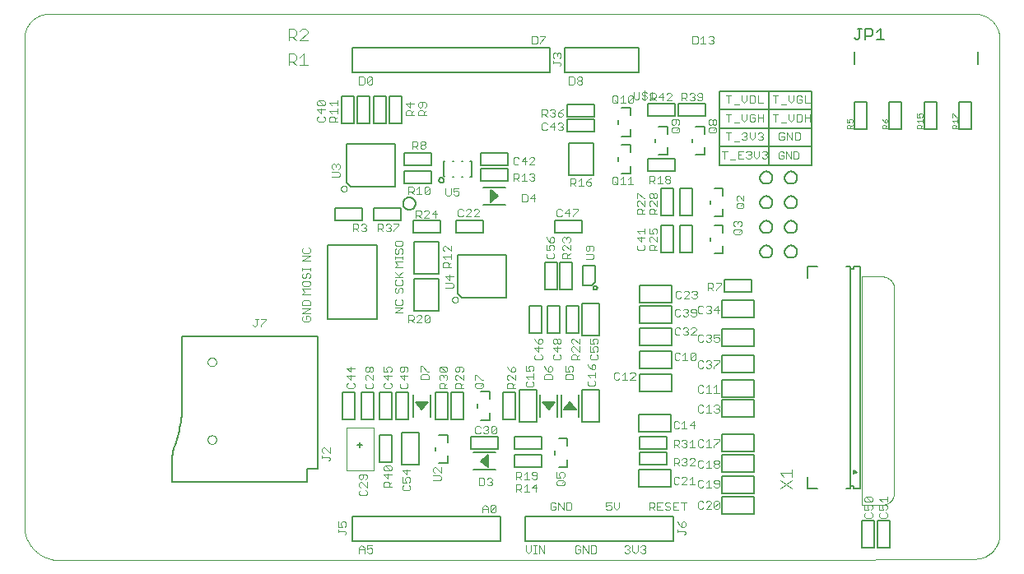
<source format=gto>
G75*
%MOIN*%
%OFA0B0*%
%FSLAX25Y25*%
%IPPOS*%
%LPD*%
%AMOC8*
5,1,8,0,0,1.08239X$1,22.5*
%
%ADD10C,0.00100*%
%ADD11C,0.00400*%
%ADD12C,0.00500*%
%ADD13C,0.00394*%
%ADD14C,0.00000*%
%ADD15C,0.00300*%
%ADD16C,0.00800*%
D10*
X0091780Y0019562D02*
X0091780Y0219467D01*
X0091794Y0219705D01*
X0091814Y0219942D01*
X0091839Y0220179D01*
X0091871Y0220416D01*
X0091907Y0220651D01*
X0091950Y0220886D01*
X0091998Y0221119D01*
X0092052Y0221352D01*
X0092112Y0221582D01*
X0092177Y0221812D01*
X0092248Y0222040D01*
X0092324Y0222266D01*
X0092405Y0222490D01*
X0092492Y0222712D01*
X0092584Y0222932D01*
X0092682Y0223149D01*
X0092785Y0223364D01*
X0092893Y0223577D01*
X0093006Y0223787D01*
X0093124Y0223994D01*
X0093247Y0224198D01*
X0093375Y0224399D01*
X0093508Y0224597D01*
X0093645Y0224792D01*
X0093787Y0224984D01*
X0093934Y0225172D01*
X0094085Y0225356D01*
X0094241Y0225536D01*
X0094401Y0225713D01*
X0094565Y0225886D01*
X0094734Y0226055D01*
X0094906Y0226220D01*
X0095082Y0226380D01*
X0095263Y0226536D01*
X0095446Y0226688D01*
X0095634Y0226836D01*
X0095825Y0226978D01*
X0096019Y0227116D01*
X0096217Y0227250D01*
X0096418Y0227378D01*
X0096622Y0227502D01*
X0096828Y0227621D01*
X0097038Y0227734D01*
X0097250Y0227843D01*
X0097465Y0227946D01*
X0097683Y0228044D01*
X0097902Y0228137D01*
X0098124Y0228225D01*
X0098348Y0228307D01*
X0098573Y0228384D01*
X0098801Y0228455D01*
X0099030Y0228521D01*
X0099261Y0228581D01*
X0099493Y0228635D01*
X0099726Y0228684D01*
X0099961Y0228728D01*
X0100196Y0228765D01*
X0100433Y0228797D01*
X0100670Y0228824D01*
X0100907Y0228844D01*
X0101145Y0228859D01*
X0101383Y0228868D01*
X0101622Y0228871D01*
X0101860Y0228868D01*
X0102099Y0228860D01*
X0102098Y0228861D02*
X0476594Y0228861D01*
X0476836Y0228858D01*
X0477077Y0228849D01*
X0477318Y0228835D01*
X0477559Y0228814D01*
X0477799Y0228788D01*
X0478039Y0228756D01*
X0478278Y0228718D01*
X0478515Y0228675D01*
X0478752Y0228625D01*
X0478987Y0228570D01*
X0479221Y0228510D01*
X0479453Y0228443D01*
X0479684Y0228372D01*
X0479913Y0228294D01*
X0480140Y0228211D01*
X0480365Y0228123D01*
X0480588Y0228029D01*
X0480808Y0227930D01*
X0481026Y0227825D01*
X0481241Y0227716D01*
X0481454Y0227601D01*
X0481664Y0227481D01*
X0481870Y0227356D01*
X0482074Y0227226D01*
X0482275Y0227091D01*
X0482472Y0226951D01*
X0482666Y0226807D01*
X0482856Y0226658D01*
X0483042Y0226504D01*
X0483225Y0226346D01*
X0483404Y0226184D01*
X0483579Y0226017D01*
X0483750Y0225846D01*
X0483917Y0225671D01*
X0484079Y0225492D01*
X0484237Y0225309D01*
X0484391Y0225123D01*
X0484540Y0224933D01*
X0484684Y0224739D01*
X0484824Y0224542D01*
X0484959Y0224341D01*
X0485089Y0224137D01*
X0485214Y0223931D01*
X0485334Y0223721D01*
X0485449Y0223508D01*
X0485558Y0223293D01*
X0485663Y0223075D01*
X0485762Y0222855D01*
X0485856Y0222632D01*
X0485944Y0222407D01*
X0486027Y0222180D01*
X0486105Y0221951D01*
X0486176Y0221720D01*
X0486243Y0221488D01*
X0486303Y0221254D01*
X0486358Y0221019D01*
X0486408Y0220782D01*
X0486451Y0220545D01*
X0486489Y0220306D01*
X0486521Y0220066D01*
X0486547Y0219826D01*
X0486568Y0219585D01*
X0486582Y0219344D01*
X0486591Y0219103D01*
X0486594Y0218861D01*
X0486594Y0017955D01*
X0486591Y0017713D01*
X0486582Y0017472D01*
X0486568Y0017231D01*
X0486547Y0016990D01*
X0486521Y0016750D01*
X0486489Y0016510D01*
X0486451Y0016271D01*
X0486408Y0016034D01*
X0486358Y0015797D01*
X0486303Y0015562D01*
X0486243Y0015328D01*
X0486176Y0015096D01*
X0486105Y0014865D01*
X0486027Y0014636D01*
X0485944Y0014409D01*
X0485856Y0014184D01*
X0485762Y0013961D01*
X0485663Y0013741D01*
X0485558Y0013523D01*
X0485449Y0013308D01*
X0485334Y0013095D01*
X0485214Y0012885D01*
X0485089Y0012679D01*
X0484959Y0012475D01*
X0484824Y0012274D01*
X0484684Y0012077D01*
X0484540Y0011883D01*
X0484391Y0011693D01*
X0484237Y0011507D01*
X0484079Y0011324D01*
X0483917Y0011145D01*
X0483750Y0010970D01*
X0483579Y0010799D01*
X0483404Y0010632D01*
X0483225Y0010470D01*
X0483042Y0010312D01*
X0482856Y0010158D01*
X0482666Y0010009D01*
X0482472Y0009865D01*
X0482275Y0009725D01*
X0482074Y0009590D01*
X0481870Y0009460D01*
X0481664Y0009335D01*
X0481454Y0009215D01*
X0481241Y0009100D01*
X0481026Y0008991D01*
X0480808Y0008886D01*
X0480588Y0008787D01*
X0480365Y0008693D01*
X0480140Y0008605D01*
X0479913Y0008522D01*
X0479684Y0008444D01*
X0479453Y0008373D01*
X0479221Y0008306D01*
X0478987Y0008246D01*
X0478752Y0008191D01*
X0478515Y0008141D01*
X0478278Y0008098D01*
X0478039Y0008060D01*
X0477799Y0008028D01*
X0477559Y0008002D01*
X0477318Y0007981D01*
X0477077Y0007967D01*
X0476836Y0007958D01*
X0476594Y0007955D01*
X0395677Y0007562D01*
X0396496Y0007562D01*
X0395677Y0007562D02*
X0212150Y0007562D01*
X0107780Y0007562D01*
X0107441Y0007518D01*
X0107101Y0007482D01*
X0106761Y0007454D01*
X0106419Y0007434D01*
X0106078Y0007423D01*
X0105736Y0007420D01*
X0105394Y0007425D01*
X0105053Y0007439D01*
X0104712Y0007460D01*
X0104371Y0007490D01*
X0104032Y0007528D01*
X0103693Y0007575D01*
X0103356Y0007629D01*
X0103020Y0007692D01*
X0102686Y0007763D01*
X0102353Y0007841D01*
X0102023Y0007928D01*
X0101694Y0008023D01*
X0101368Y0008126D01*
X0101045Y0008236D01*
X0100724Y0008355D01*
X0100407Y0008481D01*
X0100092Y0008614D01*
X0099781Y0008756D01*
X0099473Y0008904D01*
X0099169Y0009060D01*
X0098869Y0009224D01*
X0098573Y0009394D01*
X0098281Y0009572D01*
X0097993Y0009757D01*
X0097710Y0009948D01*
X0097432Y0010147D01*
X0097159Y0010352D01*
X0096890Y0010563D01*
X0096627Y0010781D01*
X0096369Y0011006D01*
X0096117Y0011236D01*
X0095870Y0011473D01*
X0095629Y0011715D01*
X0095394Y0011963D01*
X0095166Y0012217D01*
X0094943Y0012476D01*
X0094726Y0012741D01*
X0094517Y0013010D01*
X0094313Y0013285D01*
X0094117Y0013565D01*
X0093927Y0013849D01*
X0093744Y0014137D01*
X0093568Y0014430D01*
X0093399Y0014728D01*
X0093238Y0015029D01*
X0093083Y0015334D01*
X0092937Y0015642D01*
X0092797Y0015954D01*
X0092666Y0016270D01*
X0092542Y0016588D01*
X0092425Y0016910D01*
X0092317Y0017234D01*
X0092216Y0017560D01*
X0092123Y0017889D01*
X0092039Y0018220D01*
X0091962Y0018553D01*
X0091893Y0018888D01*
X0091833Y0019224D01*
X0091780Y0019562D01*
X0431008Y0029924D02*
X0438966Y0029886D01*
X0431008Y0029924D02*
X0431008Y0122424D01*
X0439008Y0122424D01*
X0439148Y0122421D01*
X0439288Y0122414D01*
X0439428Y0122403D01*
X0439567Y0122388D01*
X0439706Y0122369D01*
X0439844Y0122347D01*
X0439982Y0122320D01*
X0440119Y0122290D01*
X0440255Y0122255D01*
X0440390Y0122218D01*
X0440524Y0122176D01*
X0440656Y0122130D01*
X0440787Y0122081D01*
X0440917Y0122028D01*
X0441046Y0121972D01*
X0441172Y0121912D01*
X0441297Y0121848D01*
X0441420Y0121781D01*
X0441542Y0121711D01*
X0441661Y0121637D01*
X0441778Y0121559D01*
X0441893Y0121479D01*
X0442005Y0121395D01*
X0442115Y0121309D01*
X0442223Y0121219D01*
X0442328Y0121126D01*
X0442430Y0121030D01*
X0442530Y0120932D01*
X0442627Y0120831D01*
X0442721Y0120727D01*
X0442812Y0120620D01*
X0442900Y0120511D01*
X0442985Y0120400D01*
X0443067Y0120286D01*
X0443146Y0120170D01*
X0443221Y0120051D01*
X0443293Y0119931D01*
X0443361Y0119809D01*
X0443427Y0119685D01*
X0443488Y0119559D01*
X0443546Y0119431D01*
X0443601Y0119302D01*
X0443651Y0119171D01*
X0443699Y0119039D01*
X0443742Y0118906D01*
X0443782Y0118771D01*
X0443817Y0118636D01*
X0443849Y0118499D01*
X0443878Y0118362D01*
X0443902Y0118224D01*
X0443922Y0118085D01*
X0443939Y0117946D01*
X0443951Y0117806D01*
X0443960Y0117667D01*
X0443965Y0117526D01*
X0443966Y0117386D01*
X0443966Y0034886D01*
X0443964Y0034746D01*
X0443958Y0034606D01*
X0443948Y0034466D01*
X0443935Y0034326D01*
X0443917Y0034187D01*
X0443895Y0034048D01*
X0443870Y0033911D01*
X0443841Y0033773D01*
X0443808Y0033637D01*
X0443771Y0033502D01*
X0443730Y0033368D01*
X0443685Y0033235D01*
X0443637Y0033103D01*
X0443585Y0032973D01*
X0443530Y0032844D01*
X0443471Y0032717D01*
X0443408Y0032591D01*
X0443342Y0032467D01*
X0443273Y0032346D01*
X0443200Y0032226D01*
X0443123Y0032108D01*
X0443044Y0031993D01*
X0442961Y0031879D01*
X0442875Y0031769D01*
X0442786Y0031660D01*
X0442694Y0031554D01*
X0442599Y0031451D01*
X0442502Y0031350D01*
X0442401Y0031253D01*
X0442298Y0031158D01*
X0442192Y0031066D01*
X0442083Y0030977D01*
X0441973Y0030891D01*
X0441859Y0030808D01*
X0441744Y0030729D01*
X0441626Y0030652D01*
X0441506Y0030579D01*
X0441385Y0030510D01*
X0441261Y0030444D01*
X0441135Y0030381D01*
X0441008Y0030322D01*
X0440879Y0030267D01*
X0440749Y0030215D01*
X0440617Y0030167D01*
X0440484Y0030122D01*
X0440350Y0030081D01*
X0440215Y0030044D01*
X0440079Y0030011D01*
X0439941Y0029982D01*
X0439804Y0029957D01*
X0439665Y0029935D01*
X0439526Y0029917D01*
X0439386Y0029904D01*
X0439246Y0029894D01*
X0439106Y0029888D01*
X0438966Y0029886D01*
D11*
X0439039Y0029398D02*
X0439557Y0029915D01*
X0440591Y0029915D01*
X0441108Y0029398D01*
X0441108Y0028364D01*
X0440591Y0027847D01*
X0439557Y0027847D02*
X0439039Y0028881D01*
X0439039Y0029398D01*
X0438005Y0029915D02*
X0438005Y0027847D01*
X0439557Y0027847D01*
X0440591Y0026692D02*
X0441108Y0026175D01*
X0441108Y0025141D01*
X0440591Y0024624D01*
X0438522Y0024624D01*
X0438005Y0025141D01*
X0438005Y0026175D01*
X0438522Y0026692D01*
X0435108Y0026175D02*
X0434591Y0026692D01*
X0435108Y0026175D02*
X0435108Y0025141D01*
X0434591Y0024624D01*
X0432522Y0024624D01*
X0432005Y0025141D01*
X0432005Y0026175D01*
X0432522Y0026692D01*
X0432005Y0027847D02*
X0433557Y0027847D01*
X0433039Y0028881D01*
X0433039Y0029398D01*
X0433557Y0029915D01*
X0434591Y0029915D01*
X0435108Y0029398D01*
X0435108Y0028364D01*
X0434591Y0027847D01*
X0432005Y0027847D02*
X0432005Y0029915D01*
X0432522Y0031069D02*
X0432005Y0031586D01*
X0432005Y0032621D01*
X0432522Y0033138D01*
X0434591Y0031069D01*
X0435108Y0031586D01*
X0435108Y0032621D01*
X0434591Y0033138D01*
X0432522Y0033138D01*
X0432522Y0031069D02*
X0434591Y0031069D01*
X0438005Y0032103D02*
X0441108Y0032103D01*
X0441108Y0031069D02*
X0441108Y0033138D01*
X0439039Y0031069D02*
X0438005Y0032103D01*
X0402386Y0036654D02*
X0397782Y0039724D01*
X0399317Y0041258D02*
X0397782Y0042793D01*
X0402386Y0042793D01*
X0402386Y0041258D02*
X0402386Y0044328D01*
X0402386Y0039724D02*
X0397782Y0036654D01*
X0373022Y0037341D02*
X0372505Y0036824D01*
X0371470Y0036824D01*
X0370953Y0037341D01*
X0371470Y0038375D02*
X0373022Y0038375D01*
X0373022Y0037341D02*
X0373022Y0039409D01*
X0372505Y0039926D01*
X0371470Y0039926D01*
X0370953Y0039409D01*
X0370953Y0038892D01*
X0371470Y0038375D01*
X0369799Y0036824D02*
X0367731Y0036824D01*
X0368765Y0036824D02*
X0368765Y0039926D01*
X0367731Y0038892D01*
X0366576Y0039409D02*
X0366059Y0039926D01*
X0365025Y0039926D01*
X0364508Y0039409D01*
X0364508Y0037341D01*
X0365025Y0036824D01*
X0366059Y0036824D01*
X0366576Y0037341D01*
X0363222Y0038224D02*
X0361153Y0038224D01*
X0362188Y0038224D02*
X0362188Y0041326D01*
X0361153Y0040292D01*
X0359999Y0040292D02*
X0359999Y0040809D01*
X0359482Y0041326D01*
X0358448Y0041326D01*
X0357931Y0040809D01*
X0356776Y0040809D02*
X0356259Y0041326D01*
X0355225Y0041326D01*
X0354708Y0040809D01*
X0354708Y0038741D01*
X0355225Y0038224D01*
X0356259Y0038224D01*
X0356776Y0038741D01*
X0357931Y0038224D02*
X0359999Y0040292D01*
X0359999Y0038224D02*
X0357931Y0038224D01*
X0357678Y0030864D02*
X0359746Y0030864D01*
X0358712Y0030864D02*
X0358712Y0027762D01*
X0356523Y0027762D02*
X0354455Y0027762D01*
X0354455Y0030864D01*
X0356523Y0030864D01*
X0355489Y0029313D02*
X0354455Y0029313D01*
X0353301Y0028796D02*
X0353301Y0028279D01*
X0352783Y0027762D01*
X0351749Y0027762D01*
X0351232Y0028279D01*
X0351749Y0029313D02*
X0351232Y0029830D01*
X0351232Y0030347D01*
X0351749Y0030864D01*
X0352783Y0030864D01*
X0353301Y0030347D01*
X0352783Y0029313D02*
X0353301Y0028796D01*
X0352783Y0029313D02*
X0351749Y0029313D01*
X0350078Y0030864D02*
X0348009Y0030864D01*
X0348009Y0027762D01*
X0350078Y0027762D01*
X0349044Y0029313D02*
X0348009Y0029313D01*
X0346855Y0029313D02*
X0346338Y0028796D01*
X0344787Y0028796D01*
X0345821Y0028796D02*
X0346855Y0027762D01*
X0346855Y0029313D02*
X0346855Y0030347D01*
X0346338Y0030864D01*
X0344787Y0030864D01*
X0344787Y0027762D01*
X0332578Y0028796D02*
X0332578Y0030864D01*
X0332578Y0028796D02*
X0331544Y0027762D01*
X0330509Y0028796D01*
X0330509Y0030864D01*
X0329355Y0030864D02*
X0327287Y0030864D01*
X0327287Y0029313D01*
X0328321Y0029830D01*
X0328838Y0029830D01*
X0329355Y0029313D01*
X0329355Y0028279D01*
X0328838Y0027762D01*
X0327804Y0027762D01*
X0327287Y0028279D01*
X0313301Y0028279D02*
X0312783Y0027762D01*
X0311232Y0027762D01*
X0311232Y0030864D01*
X0312783Y0030864D01*
X0313301Y0030347D01*
X0313301Y0028279D01*
X0310078Y0027762D02*
X0310078Y0030864D01*
X0308009Y0030864D02*
X0310078Y0027762D01*
X0308009Y0027762D02*
X0308009Y0030864D01*
X0306855Y0030347D02*
X0306338Y0030864D01*
X0305304Y0030864D01*
X0304787Y0030347D01*
X0304787Y0028279D01*
X0305304Y0027762D01*
X0306338Y0027762D01*
X0306855Y0028279D01*
X0306855Y0029313D01*
X0305821Y0029313D01*
X0298805Y0035224D02*
X0298805Y0038326D01*
X0297253Y0036775D01*
X0299322Y0036775D01*
X0296099Y0035224D02*
X0294031Y0035224D01*
X0295065Y0035224D02*
X0295065Y0038326D01*
X0294031Y0037292D01*
X0292876Y0037809D02*
X0292876Y0036775D01*
X0292359Y0036258D01*
X0290808Y0036258D01*
X0291842Y0036258D02*
X0292876Y0035224D01*
X0290808Y0035224D02*
X0290808Y0038326D01*
X0292359Y0038326D01*
X0292876Y0037809D01*
X0292876Y0040224D02*
X0291842Y0041258D01*
X0292359Y0041258D02*
X0290808Y0041258D01*
X0290808Y0040224D02*
X0290808Y0043326D01*
X0292359Y0043326D01*
X0292876Y0042809D01*
X0292876Y0041775D01*
X0292359Y0041258D01*
X0294031Y0042292D02*
X0295065Y0043326D01*
X0295065Y0040224D01*
X0294031Y0040224D02*
X0296099Y0040224D01*
X0297253Y0040741D02*
X0297770Y0040224D01*
X0298805Y0040224D01*
X0299322Y0040741D01*
X0299322Y0042809D01*
X0298805Y0043326D01*
X0297770Y0043326D01*
X0297253Y0042809D01*
X0297253Y0042292D01*
X0297770Y0041775D01*
X0299322Y0041775D01*
X0307305Y0040947D02*
X0307305Y0043015D01*
X0308339Y0042498D02*
X0308857Y0043015D01*
X0309891Y0043015D01*
X0310408Y0042498D01*
X0310408Y0041464D01*
X0309891Y0040947D01*
X0308857Y0040947D02*
X0308339Y0041981D01*
X0308339Y0042498D01*
X0308857Y0040947D02*
X0307305Y0040947D01*
X0307822Y0039792D02*
X0307305Y0039275D01*
X0307305Y0038241D01*
X0307822Y0037724D01*
X0309891Y0037724D01*
X0310408Y0038241D01*
X0310408Y0039275D01*
X0309891Y0039792D01*
X0307822Y0039792D01*
X0309374Y0038758D02*
X0310408Y0039792D01*
X0281099Y0039792D02*
X0280582Y0039275D01*
X0281099Y0038758D01*
X0281099Y0038241D01*
X0280582Y0037724D01*
X0279548Y0037724D01*
X0279031Y0038241D01*
X0277876Y0038241D02*
X0277876Y0040309D01*
X0277359Y0040826D01*
X0275808Y0040826D01*
X0275808Y0037724D01*
X0277359Y0037724D01*
X0277876Y0038241D01*
X0279031Y0040309D02*
X0279548Y0040826D01*
X0280582Y0040826D01*
X0281099Y0040309D01*
X0281099Y0039792D01*
X0280582Y0039275D02*
X0280065Y0039275D01*
X0281026Y0029864D02*
X0282061Y0029864D01*
X0282578Y0029347D01*
X0280509Y0027279D01*
X0281026Y0026762D01*
X0282061Y0026762D01*
X0282578Y0027279D01*
X0282578Y0029347D01*
X0281026Y0029864D02*
X0280509Y0029347D01*
X0280509Y0027279D01*
X0279355Y0026762D02*
X0279355Y0028830D01*
X0278321Y0029864D01*
X0277287Y0028830D01*
X0277287Y0026762D01*
X0277287Y0028313D02*
X0279355Y0028313D01*
X0260408Y0040241D02*
X0260408Y0041275D01*
X0259891Y0041792D01*
X0257305Y0041792D01*
X0257822Y0042947D02*
X0257305Y0043464D01*
X0257305Y0044498D01*
X0257822Y0045015D01*
X0258339Y0045015D01*
X0260408Y0042947D01*
X0260408Y0045015D01*
X0260408Y0040241D02*
X0259891Y0039724D01*
X0257305Y0039724D01*
X0247908Y0039464D02*
X0247391Y0038947D01*
X0247908Y0039464D02*
X0247908Y0040498D01*
X0247391Y0041015D01*
X0246357Y0041015D01*
X0245839Y0040498D01*
X0245839Y0039981D01*
X0246357Y0038947D01*
X0244805Y0038947D01*
X0244805Y0041015D01*
X0246357Y0042169D02*
X0246357Y0044238D01*
X0247908Y0043721D02*
X0244805Y0043721D01*
X0246357Y0042169D01*
X0240408Y0041998D02*
X0237305Y0041998D01*
X0238857Y0040447D01*
X0238857Y0042515D01*
X0239891Y0043669D02*
X0237822Y0043669D01*
X0237305Y0044186D01*
X0237305Y0045221D01*
X0237822Y0045738D01*
X0239891Y0043669D01*
X0240408Y0044186D01*
X0240408Y0045221D01*
X0239891Y0045738D01*
X0237822Y0045738D01*
X0233108Y0043774D02*
X0222108Y0043774D01*
X0222108Y0061274D01*
X0233108Y0061274D01*
X0233108Y0043774D01*
X0230408Y0041721D02*
X0229891Y0042238D01*
X0227822Y0042238D01*
X0227305Y0041721D01*
X0227305Y0040686D01*
X0227822Y0040169D01*
X0228339Y0040169D01*
X0228857Y0040686D01*
X0228857Y0042238D01*
X0230408Y0041721D02*
X0230408Y0040686D01*
X0229891Y0040169D01*
X0230408Y0039015D02*
X0230408Y0036947D01*
X0228339Y0039015D01*
X0227822Y0039015D01*
X0227305Y0038498D01*
X0227305Y0037464D01*
X0227822Y0036947D01*
X0227822Y0035792D02*
X0227305Y0035275D01*
X0227305Y0034241D01*
X0227822Y0033724D01*
X0229891Y0033724D01*
X0230408Y0034241D01*
X0230408Y0035275D01*
X0229891Y0035792D01*
X0237305Y0037224D02*
X0237305Y0038775D01*
X0237822Y0039292D01*
X0238857Y0039292D01*
X0239374Y0038775D01*
X0239374Y0037224D01*
X0240408Y0037224D02*
X0237305Y0037224D01*
X0239374Y0038258D02*
X0240408Y0039292D01*
X0244805Y0037275D02*
X0244805Y0036241D01*
X0245322Y0035724D01*
X0247391Y0035724D01*
X0247908Y0036241D01*
X0247908Y0037275D01*
X0247391Y0037792D01*
X0245322Y0037792D02*
X0244805Y0037275D01*
X0215408Y0048241D02*
X0215408Y0048758D01*
X0214891Y0049275D01*
X0212305Y0049275D01*
X0212305Y0048758D02*
X0212305Y0049792D01*
X0212822Y0050947D02*
X0212305Y0051464D01*
X0212305Y0052498D01*
X0212822Y0053015D01*
X0213339Y0053015D01*
X0215408Y0050947D01*
X0215408Y0053015D01*
X0215408Y0048241D02*
X0214891Y0047724D01*
X0218805Y0023015D02*
X0218805Y0020947D01*
X0220357Y0020947D01*
X0219839Y0021981D01*
X0219839Y0022498D01*
X0220357Y0023015D01*
X0221391Y0023015D01*
X0221908Y0022498D01*
X0221908Y0021464D01*
X0221391Y0020947D01*
X0221391Y0019275D02*
X0218805Y0019275D01*
X0218805Y0018758D02*
X0218805Y0019792D01*
X0221391Y0019275D02*
X0221908Y0018758D01*
X0221908Y0018241D01*
X0221391Y0017724D01*
X0227287Y0012330D02*
X0228321Y0013364D01*
X0229355Y0012330D01*
X0229355Y0010262D01*
X0230509Y0010779D02*
X0231026Y0010262D01*
X0232061Y0010262D01*
X0232578Y0010779D01*
X0232578Y0011813D01*
X0232061Y0012330D01*
X0231544Y0012330D01*
X0230509Y0011813D01*
X0230509Y0013364D01*
X0232578Y0013364D01*
X0229355Y0011813D02*
X0227287Y0011813D01*
X0227287Y0012330D02*
X0227287Y0010262D01*
X0294787Y0011296D02*
X0295821Y0010262D01*
X0296855Y0011296D01*
X0296855Y0013364D01*
X0298009Y0013364D02*
X0299044Y0013364D01*
X0298526Y0013364D02*
X0298526Y0010262D01*
X0298009Y0010262D02*
X0299044Y0010262D01*
X0300158Y0010262D02*
X0300158Y0013364D01*
X0302226Y0010262D01*
X0302226Y0013364D01*
X0294787Y0013364D02*
X0294787Y0011296D01*
X0314787Y0010779D02*
X0315304Y0010262D01*
X0316338Y0010262D01*
X0316855Y0010779D01*
X0316855Y0011813D01*
X0315821Y0011813D01*
X0316855Y0012847D02*
X0316338Y0013364D01*
X0315304Y0013364D01*
X0314787Y0012847D01*
X0314787Y0010779D01*
X0318009Y0010262D02*
X0318009Y0013364D01*
X0320078Y0010262D01*
X0320078Y0013364D01*
X0321232Y0013364D02*
X0322783Y0013364D01*
X0323301Y0012847D01*
X0323301Y0010779D01*
X0322783Y0010262D01*
X0321232Y0010262D01*
X0321232Y0013364D01*
X0334787Y0012847D02*
X0335304Y0013364D01*
X0336338Y0013364D01*
X0336855Y0012847D01*
X0336855Y0012330D01*
X0336338Y0011813D01*
X0336855Y0011296D01*
X0336855Y0010779D01*
X0336338Y0010262D01*
X0335304Y0010262D01*
X0334787Y0010779D01*
X0335821Y0011813D02*
X0336338Y0011813D01*
X0338009Y0011296D02*
X0339044Y0010262D01*
X0340078Y0011296D01*
X0340078Y0013364D01*
X0341232Y0012847D02*
X0341749Y0013364D01*
X0342783Y0013364D01*
X0343301Y0012847D01*
X0343301Y0012330D01*
X0342783Y0011813D01*
X0343301Y0011296D01*
X0343301Y0010779D01*
X0342783Y0010262D01*
X0341749Y0010262D01*
X0341232Y0010779D01*
X0342266Y0011813D02*
X0342783Y0011813D01*
X0338009Y0011296D02*
X0338009Y0013364D01*
X0356305Y0018758D02*
X0356305Y0019792D01*
X0356305Y0019275D02*
X0358891Y0019275D01*
X0359408Y0018758D01*
X0359408Y0018241D01*
X0358891Y0017724D01*
X0358891Y0020947D02*
X0359408Y0021464D01*
X0359408Y0022498D01*
X0358891Y0023015D01*
X0358374Y0023015D01*
X0357857Y0022498D01*
X0357857Y0020947D01*
X0358891Y0020947D01*
X0357857Y0020947D02*
X0356822Y0021981D01*
X0356305Y0023015D01*
X0364508Y0028841D02*
X0365025Y0028324D01*
X0366059Y0028324D01*
X0366576Y0028841D01*
X0367731Y0028324D02*
X0369799Y0030392D01*
X0369799Y0030909D01*
X0369282Y0031426D01*
X0368248Y0031426D01*
X0367731Y0030909D01*
X0366576Y0030909D02*
X0366059Y0031426D01*
X0365025Y0031426D01*
X0364508Y0030909D01*
X0364508Y0028841D01*
X0367731Y0028324D02*
X0369799Y0028324D01*
X0370953Y0028841D02*
X0373022Y0030909D01*
X0373022Y0028841D01*
X0372505Y0028324D01*
X0371470Y0028324D01*
X0370953Y0028841D01*
X0370953Y0030909D01*
X0371470Y0031426D01*
X0372505Y0031426D01*
X0373022Y0030909D01*
X0372505Y0044824D02*
X0371470Y0044824D01*
X0370953Y0045341D01*
X0370953Y0045858D01*
X0371470Y0046375D01*
X0372505Y0046375D01*
X0373022Y0045858D01*
X0373022Y0045341D01*
X0372505Y0044824D01*
X0372505Y0046375D02*
X0373022Y0046892D01*
X0373022Y0047409D01*
X0372505Y0047926D01*
X0371470Y0047926D01*
X0370953Y0047409D01*
X0370953Y0046892D01*
X0371470Y0046375D01*
X0369799Y0044824D02*
X0367731Y0044824D01*
X0368765Y0044824D02*
X0368765Y0047926D01*
X0367731Y0046892D01*
X0366576Y0047409D02*
X0366059Y0047926D01*
X0365025Y0047926D01*
X0364508Y0047409D01*
X0364508Y0045341D01*
X0365025Y0044824D01*
X0366059Y0044824D01*
X0366576Y0045341D01*
X0363222Y0045724D02*
X0361153Y0045724D01*
X0363222Y0047792D01*
X0363222Y0048309D01*
X0362705Y0048826D01*
X0361670Y0048826D01*
X0361153Y0048309D01*
X0359999Y0048309D02*
X0359999Y0047792D01*
X0359482Y0047275D01*
X0359999Y0046758D01*
X0359999Y0046241D01*
X0359482Y0045724D01*
X0358448Y0045724D01*
X0357931Y0046241D01*
X0356776Y0045724D02*
X0355742Y0046758D01*
X0356259Y0046758D02*
X0354708Y0046758D01*
X0354708Y0045724D02*
X0354708Y0048826D01*
X0356259Y0048826D01*
X0356776Y0048309D01*
X0356776Y0047275D01*
X0356259Y0046758D01*
X0357931Y0048309D02*
X0358448Y0048826D01*
X0359482Y0048826D01*
X0359999Y0048309D01*
X0359482Y0047275D02*
X0358965Y0047275D01*
X0359482Y0053224D02*
X0358448Y0053224D01*
X0357931Y0053741D01*
X0356776Y0053224D02*
X0355742Y0054258D01*
X0356259Y0054258D02*
X0354708Y0054258D01*
X0354708Y0053224D02*
X0354708Y0056326D01*
X0356259Y0056326D01*
X0356776Y0055809D01*
X0356776Y0054775D01*
X0356259Y0054258D01*
X0357931Y0055809D02*
X0358448Y0056326D01*
X0359482Y0056326D01*
X0359999Y0055809D01*
X0359999Y0055292D01*
X0359482Y0054775D01*
X0359999Y0054258D01*
X0359999Y0053741D01*
X0359482Y0053224D01*
X0359482Y0054775D02*
X0358965Y0054775D01*
X0361153Y0055292D02*
X0362188Y0056326D01*
X0362188Y0053224D01*
X0363222Y0053224D02*
X0361153Y0053224D01*
X0364508Y0053841D02*
X0365025Y0053324D01*
X0366059Y0053324D01*
X0366576Y0053841D01*
X0367731Y0053324D02*
X0369799Y0053324D01*
X0368765Y0053324D02*
X0368765Y0056426D01*
X0367731Y0055392D01*
X0366576Y0055909D02*
X0366059Y0056426D01*
X0365025Y0056426D01*
X0364508Y0055909D01*
X0364508Y0053841D01*
X0370953Y0053841D02*
X0370953Y0053324D01*
X0370953Y0053841D02*
X0373022Y0055909D01*
X0373022Y0056426D01*
X0370953Y0056426D01*
X0362705Y0060724D02*
X0362705Y0063826D01*
X0361153Y0062275D01*
X0363222Y0062275D01*
X0359999Y0060724D02*
X0357931Y0060724D01*
X0358965Y0060724D02*
X0358965Y0063826D01*
X0357931Y0062792D01*
X0356776Y0063309D02*
X0356259Y0063826D01*
X0355225Y0063826D01*
X0354708Y0063309D01*
X0354708Y0061241D01*
X0355225Y0060724D01*
X0356259Y0060724D01*
X0356776Y0061241D01*
X0364508Y0067841D02*
X0365025Y0067324D01*
X0366059Y0067324D01*
X0366576Y0067841D01*
X0367731Y0067324D02*
X0369799Y0067324D01*
X0368765Y0067324D02*
X0368765Y0070426D01*
X0367731Y0069392D01*
X0366576Y0069909D02*
X0366059Y0070426D01*
X0365025Y0070426D01*
X0364508Y0069909D01*
X0364508Y0067841D01*
X0370953Y0067841D02*
X0371470Y0067324D01*
X0372505Y0067324D01*
X0373022Y0067841D01*
X0373022Y0068358D01*
X0372505Y0068875D01*
X0371988Y0068875D01*
X0372505Y0068875D02*
X0373022Y0069392D01*
X0373022Y0069909D01*
X0372505Y0070426D01*
X0371470Y0070426D01*
X0370953Y0069909D01*
X0370953Y0075324D02*
X0373022Y0075324D01*
X0371988Y0075324D02*
X0371988Y0078426D01*
X0370953Y0077392D01*
X0369799Y0075324D02*
X0367731Y0075324D01*
X0368765Y0075324D02*
X0368765Y0078426D01*
X0367731Y0077392D01*
X0366576Y0077909D02*
X0366059Y0078426D01*
X0365025Y0078426D01*
X0364508Y0077909D01*
X0364508Y0075841D01*
X0365025Y0075324D01*
X0366059Y0075324D01*
X0366576Y0075841D01*
X0366059Y0085324D02*
X0366576Y0085841D01*
X0366059Y0085324D02*
X0365025Y0085324D01*
X0364508Y0085841D01*
X0364508Y0087909D01*
X0365025Y0088426D01*
X0366059Y0088426D01*
X0366576Y0087909D01*
X0367731Y0087909D02*
X0368248Y0088426D01*
X0369282Y0088426D01*
X0369799Y0087909D01*
X0369799Y0087392D01*
X0369282Y0086875D01*
X0369799Y0086358D01*
X0369799Y0085841D01*
X0369282Y0085324D01*
X0368248Y0085324D01*
X0367731Y0085841D01*
X0368765Y0086875D02*
X0369282Y0086875D01*
X0370953Y0085841D02*
X0370953Y0085324D01*
X0370953Y0085841D02*
X0373022Y0087909D01*
X0373022Y0088426D01*
X0370953Y0088426D01*
X0363554Y0089041D02*
X0363036Y0088524D01*
X0362002Y0088524D01*
X0361485Y0089041D01*
X0363554Y0091109D01*
X0363554Y0089041D01*
X0363554Y0091109D02*
X0363036Y0091626D01*
X0362002Y0091626D01*
X0361485Y0091109D01*
X0361485Y0089041D01*
X0360331Y0088524D02*
X0358262Y0088524D01*
X0359297Y0088524D02*
X0359297Y0091626D01*
X0358262Y0090592D01*
X0357108Y0091109D02*
X0356591Y0091626D01*
X0355557Y0091626D01*
X0355040Y0091109D01*
X0355040Y0089041D01*
X0355557Y0088524D01*
X0356591Y0088524D01*
X0357108Y0089041D01*
X0364508Y0096341D02*
X0365025Y0095824D01*
X0366059Y0095824D01*
X0366576Y0096341D01*
X0367731Y0096341D02*
X0368248Y0095824D01*
X0369282Y0095824D01*
X0369799Y0096341D01*
X0369799Y0096858D01*
X0369282Y0097375D01*
X0368765Y0097375D01*
X0369282Y0097375D02*
X0369799Y0097892D01*
X0369799Y0098409D01*
X0369282Y0098926D01*
X0368248Y0098926D01*
X0367731Y0098409D01*
X0366576Y0098409D02*
X0366059Y0098926D01*
X0365025Y0098926D01*
X0364508Y0098409D01*
X0364508Y0096341D01*
X0363722Y0098724D02*
X0361653Y0098724D01*
X0363722Y0100792D01*
X0363722Y0101309D01*
X0363205Y0101826D01*
X0362170Y0101826D01*
X0361653Y0101309D01*
X0360499Y0101309D02*
X0360499Y0100792D01*
X0359982Y0100275D01*
X0360499Y0099758D01*
X0360499Y0099241D01*
X0359982Y0098724D01*
X0358948Y0098724D01*
X0358431Y0099241D01*
X0357276Y0099241D02*
X0356759Y0098724D01*
X0355725Y0098724D01*
X0355208Y0099241D01*
X0355208Y0101309D01*
X0355725Y0101826D01*
X0356759Y0101826D01*
X0357276Y0101309D01*
X0358431Y0101309D02*
X0358948Y0101826D01*
X0359982Y0101826D01*
X0360499Y0101309D01*
X0359982Y0100275D02*
X0359465Y0100275D01*
X0359982Y0106224D02*
X0358948Y0106224D01*
X0358431Y0106741D01*
X0357276Y0106741D02*
X0356759Y0106224D01*
X0355725Y0106224D01*
X0355208Y0106741D01*
X0355208Y0108809D01*
X0355725Y0109326D01*
X0356759Y0109326D01*
X0357276Y0108809D01*
X0358431Y0108809D02*
X0358948Y0109326D01*
X0359982Y0109326D01*
X0360499Y0108809D01*
X0360499Y0108292D01*
X0359982Y0107775D01*
X0360499Y0107258D01*
X0360499Y0106741D01*
X0359982Y0106224D01*
X0359982Y0107775D02*
X0359465Y0107775D01*
X0361653Y0108292D02*
X0362170Y0107775D01*
X0363722Y0107775D01*
X0364508Y0107941D02*
X0365025Y0107424D01*
X0366059Y0107424D01*
X0366576Y0107941D01*
X0367731Y0107941D02*
X0368248Y0107424D01*
X0369282Y0107424D01*
X0369799Y0107941D01*
X0369799Y0108458D01*
X0369282Y0108975D01*
X0368765Y0108975D01*
X0369282Y0108975D02*
X0369799Y0109492D01*
X0369799Y0110009D01*
X0369282Y0110526D01*
X0368248Y0110526D01*
X0367731Y0110009D01*
X0366576Y0110009D02*
X0366059Y0110526D01*
X0365025Y0110526D01*
X0364508Y0110009D01*
X0364508Y0107941D01*
X0363722Y0108809D02*
X0363205Y0109326D01*
X0362170Y0109326D01*
X0361653Y0108809D01*
X0361653Y0108292D01*
X0361653Y0106741D02*
X0362170Y0106224D01*
X0363205Y0106224D01*
X0363722Y0106741D01*
X0363722Y0108809D01*
X0363536Y0113524D02*
X0362502Y0113524D01*
X0361985Y0114041D01*
X0360831Y0113524D02*
X0358762Y0113524D01*
X0360831Y0115592D01*
X0360831Y0116109D01*
X0360314Y0116626D01*
X0359279Y0116626D01*
X0358762Y0116109D01*
X0357608Y0116109D02*
X0357091Y0116626D01*
X0356057Y0116626D01*
X0355540Y0116109D01*
X0355540Y0114041D01*
X0356057Y0113524D01*
X0357091Y0113524D01*
X0357608Y0114041D01*
X0361985Y0116109D02*
X0362502Y0116626D01*
X0363536Y0116626D01*
X0364054Y0116109D01*
X0364054Y0115592D01*
X0363536Y0115075D01*
X0364054Y0114558D01*
X0364054Y0114041D01*
X0363536Y0113524D01*
X0363536Y0115075D02*
X0363019Y0115075D01*
X0368508Y0116724D02*
X0368508Y0119826D01*
X0370059Y0119826D01*
X0370576Y0119309D01*
X0370576Y0118275D01*
X0370059Y0117758D01*
X0368508Y0117758D01*
X0369542Y0117758D02*
X0370576Y0116724D01*
X0371731Y0116724D02*
X0371731Y0117241D01*
X0373799Y0119309D01*
X0373799Y0119826D01*
X0371731Y0119826D01*
X0372505Y0110526D02*
X0370953Y0108975D01*
X0373022Y0108975D01*
X0372505Y0107424D02*
X0372505Y0110526D01*
X0373022Y0098926D02*
X0370953Y0098926D01*
X0370953Y0097375D01*
X0371988Y0097892D01*
X0372505Y0097892D01*
X0373022Y0097375D01*
X0373022Y0096341D01*
X0372505Y0095824D01*
X0371470Y0095824D01*
X0370953Y0096341D01*
X0339054Y0083109D02*
X0338536Y0083626D01*
X0337502Y0083626D01*
X0336985Y0083109D01*
X0339054Y0083109D02*
X0339054Y0082592D01*
X0336985Y0080524D01*
X0339054Y0080524D01*
X0335831Y0080524D02*
X0333762Y0080524D01*
X0334797Y0080524D02*
X0334797Y0083626D01*
X0333762Y0082592D01*
X0332608Y0083109D02*
X0332091Y0083626D01*
X0331057Y0083626D01*
X0330540Y0083109D01*
X0330540Y0081041D01*
X0331057Y0080524D01*
X0332091Y0080524D01*
X0332608Y0081041D01*
X0322908Y0081447D02*
X0322908Y0083515D01*
X0322908Y0082481D02*
X0319805Y0082481D01*
X0320839Y0081447D01*
X0320322Y0080292D02*
X0319805Y0079775D01*
X0319805Y0078741D01*
X0320322Y0078224D01*
X0322391Y0078224D01*
X0322908Y0078741D01*
X0322908Y0079775D01*
X0322391Y0080292D01*
X0322391Y0084669D02*
X0321357Y0084669D01*
X0321357Y0086221D01*
X0321874Y0086738D01*
X0322391Y0086738D01*
X0322908Y0086221D01*
X0322908Y0085186D01*
X0322391Y0084669D01*
X0321357Y0084669D02*
X0320322Y0085703D01*
X0319805Y0086738D01*
X0321322Y0088724D02*
X0323391Y0088724D01*
X0323908Y0089241D01*
X0323908Y0090275D01*
X0323391Y0090792D01*
X0323391Y0091947D02*
X0323908Y0092464D01*
X0323908Y0093498D01*
X0323391Y0094015D01*
X0322357Y0094015D01*
X0321839Y0093498D01*
X0321839Y0092981D01*
X0322357Y0091947D01*
X0320805Y0091947D01*
X0320805Y0094015D01*
X0320805Y0095169D02*
X0322357Y0095169D01*
X0321839Y0096203D01*
X0321839Y0096721D01*
X0322357Y0097238D01*
X0323391Y0097238D01*
X0323908Y0096721D01*
X0323908Y0095686D01*
X0323391Y0095169D01*
X0320805Y0095169D02*
X0320805Y0097238D01*
X0316408Y0097238D02*
X0316408Y0095169D01*
X0314339Y0097238D01*
X0313822Y0097238D01*
X0313305Y0096721D01*
X0313305Y0095686D01*
X0313822Y0095169D01*
X0313822Y0094015D02*
X0313305Y0093498D01*
X0313305Y0092464D01*
X0313822Y0091947D01*
X0313822Y0090792D02*
X0314857Y0090792D01*
X0315374Y0090275D01*
X0315374Y0088724D01*
X0316408Y0088724D02*
X0313305Y0088724D01*
X0313305Y0090275D01*
X0313822Y0090792D01*
X0315374Y0089758D02*
X0316408Y0090792D01*
X0316408Y0091947D02*
X0314339Y0094015D01*
X0313822Y0094015D01*
X0316408Y0094015D02*
X0316408Y0091947D01*
X0320805Y0090275D02*
X0320805Y0089241D01*
X0321322Y0088724D01*
X0320805Y0090275D02*
X0321322Y0090792D01*
X0308908Y0090275D02*
X0308391Y0090792D01*
X0308908Y0090275D02*
X0308908Y0089241D01*
X0308391Y0088724D01*
X0306322Y0088724D01*
X0305805Y0089241D01*
X0305805Y0090275D01*
X0306322Y0090792D01*
X0307357Y0091947D02*
X0307357Y0094015D01*
X0307874Y0095169D02*
X0307357Y0095686D01*
X0307357Y0096721D01*
X0307874Y0097238D01*
X0308391Y0097238D01*
X0308908Y0096721D01*
X0308908Y0095686D01*
X0308391Y0095169D01*
X0307874Y0095169D01*
X0307357Y0095686D02*
X0306839Y0095169D01*
X0306322Y0095169D01*
X0305805Y0095686D01*
X0305805Y0096721D01*
X0306322Y0097238D01*
X0306839Y0097238D01*
X0307357Y0096721D01*
X0308908Y0093498D02*
X0305805Y0093498D01*
X0307357Y0091947D01*
X0301408Y0093498D02*
X0298305Y0093498D01*
X0299857Y0091947D01*
X0299857Y0094015D01*
X0299857Y0095169D02*
X0299857Y0096721D01*
X0300374Y0097238D01*
X0300891Y0097238D01*
X0301408Y0096721D01*
X0301408Y0095686D01*
X0300891Y0095169D01*
X0299857Y0095169D01*
X0298822Y0096203D01*
X0298305Y0097238D01*
X0298822Y0090792D02*
X0298305Y0090275D01*
X0298305Y0089241D01*
X0298822Y0088724D01*
X0300891Y0088724D01*
X0301408Y0089241D01*
X0301408Y0090275D01*
X0300891Y0090792D01*
X0297391Y0086238D02*
X0297908Y0085721D01*
X0297908Y0084686D01*
X0297391Y0084169D01*
X0296357Y0084169D02*
X0295839Y0085203D01*
X0295839Y0085721D01*
X0296357Y0086238D01*
X0297391Y0086238D01*
X0296357Y0084169D02*
X0294805Y0084169D01*
X0294805Y0086238D01*
X0290408Y0085221D02*
X0289891Y0085738D01*
X0289374Y0085738D01*
X0288857Y0085221D01*
X0288857Y0083669D01*
X0289891Y0083669D01*
X0290408Y0084186D01*
X0290408Y0085221D01*
X0288857Y0083669D02*
X0287822Y0084703D01*
X0287305Y0085738D01*
X0287822Y0082515D02*
X0287305Y0081998D01*
X0287305Y0080964D01*
X0287822Y0080447D01*
X0287822Y0079292D02*
X0288857Y0079292D01*
X0289374Y0078775D01*
X0289374Y0077224D01*
X0290408Y0077224D02*
X0287305Y0077224D01*
X0287305Y0078775D01*
X0287822Y0079292D01*
X0289374Y0078258D02*
X0290408Y0079292D01*
X0290408Y0080447D02*
X0288339Y0082515D01*
X0287822Y0082515D01*
X0290408Y0082515D02*
X0290408Y0080447D01*
X0294805Y0079275D02*
X0294805Y0078241D01*
X0295322Y0077724D01*
X0297391Y0077724D01*
X0297908Y0078241D01*
X0297908Y0079275D01*
X0297391Y0079792D01*
X0297908Y0080947D02*
X0297908Y0083015D01*
X0297908Y0081981D02*
X0294805Y0081981D01*
X0295839Y0080947D01*
X0295322Y0079792D02*
X0294805Y0079275D01*
X0302305Y0080724D02*
X0302305Y0082275D01*
X0302822Y0082792D01*
X0304891Y0082792D01*
X0305408Y0082275D01*
X0305408Y0080724D01*
X0302305Y0080724D01*
X0303857Y0083947D02*
X0303857Y0085498D01*
X0304374Y0086015D01*
X0304891Y0086015D01*
X0305408Y0085498D01*
X0305408Y0084464D01*
X0304891Y0083947D01*
X0303857Y0083947D01*
X0302822Y0084981D01*
X0302305Y0086015D01*
X0310805Y0086015D02*
X0310805Y0083947D01*
X0312357Y0083947D01*
X0311839Y0084981D01*
X0311839Y0085498D01*
X0312357Y0086015D01*
X0313391Y0086015D01*
X0313908Y0085498D01*
X0313908Y0084464D01*
X0313391Y0083947D01*
X0313391Y0082792D02*
X0311322Y0082792D01*
X0310805Y0082275D01*
X0310805Y0080724D01*
X0313908Y0080724D01*
X0313908Y0082275D01*
X0313391Y0082792D01*
X0277408Y0080447D02*
X0276891Y0080447D01*
X0274822Y0082515D01*
X0274305Y0082515D01*
X0274305Y0080447D01*
X0274822Y0079292D02*
X0276891Y0079292D01*
X0277408Y0078775D01*
X0277408Y0077741D01*
X0276891Y0077224D01*
X0274822Y0077224D01*
X0274305Y0077741D01*
X0274305Y0078775D01*
X0274822Y0079292D01*
X0276374Y0078258D02*
X0277408Y0079292D01*
X0269408Y0079292D02*
X0268374Y0078258D01*
X0268374Y0078775D02*
X0268374Y0077224D01*
X0269408Y0077224D02*
X0266305Y0077224D01*
X0266305Y0078775D01*
X0266822Y0079292D01*
X0267857Y0079292D01*
X0268374Y0078775D01*
X0269408Y0080447D02*
X0267339Y0082515D01*
X0266822Y0082515D01*
X0266305Y0081998D01*
X0266305Y0080964D01*
X0266822Y0080447D01*
X0269408Y0080447D02*
X0269408Y0082515D01*
X0268891Y0083669D02*
X0269408Y0084186D01*
X0269408Y0085221D01*
X0268891Y0085738D01*
X0266822Y0085738D01*
X0266305Y0085221D01*
X0266305Y0084186D01*
X0266822Y0083669D01*
X0267339Y0083669D01*
X0267857Y0084186D01*
X0267857Y0085738D01*
X0262908Y0085221D02*
X0262908Y0084186D01*
X0262391Y0083669D01*
X0260322Y0085738D01*
X0262391Y0085738D01*
X0262908Y0085221D01*
X0262391Y0083669D02*
X0260322Y0083669D01*
X0259805Y0084186D01*
X0259805Y0085221D01*
X0260322Y0085738D01*
X0260322Y0082515D02*
X0260839Y0082515D01*
X0261357Y0081998D01*
X0261874Y0082515D01*
X0262391Y0082515D01*
X0262908Y0081998D01*
X0262908Y0080964D01*
X0262391Y0080447D01*
X0262908Y0079292D02*
X0261874Y0078258D01*
X0261874Y0078775D02*
X0261874Y0077224D01*
X0262908Y0077224D02*
X0259805Y0077224D01*
X0259805Y0078775D01*
X0260322Y0079292D01*
X0261357Y0079292D01*
X0261874Y0078775D01*
X0260322Y0080447D02*
X0259805Y0080964D01*
X0259805Y0081998D01*
X0260322Y0082515D01*
X0261357Y0081998D02*
X0261357Y0081481D01*
X0255408Y0080724D02*
X0255408Y0082275D01*
X0254891Y0082792D01*
X0252822Y0082792D01*
X0252305Y0082275D01*
X0252305Y0080724D01*
X0255408Y0080724D01*
X0255408Y0083947D02*
X0254891Y0083947D01*
X0252822Y0086015D01*
X0252305Y0086015D01*
X0252305Y0083947D01*
X0246908Y0084186D02*
X0246391Y0083669D01*
X0246908Y0084186D02*
X0246908Y0085221D01*
X0246391Y0085738D01*
X0244322Y0085738D01*
X0243805Y0085221D01*
X0243805Y0084186D01*
X0244322Y0083669D01*
X0244839Y0083669D01*
X0245357Y0084186D01*
X0245357Y0085738D01*
X0245357Y0082515D02*
X0245357Y0080447D01*
X0243805Y0081998D01*
X0246908Y0081998D01*
X0246391Y0079292D02*
X0246908Y0078775D01*
X0246908Y0077741D01*
X0246391Y0077224D01*
X0244322Y0077224D01*
X0243805Y0077741D01*
X0243805Y0078775D01*
X0244322Y0079292D01*
X0240408Y0078775D02*
X0239891Y0079292D01*
X0240408Y0078775D02*
X0240408Y0077741D01*
X0239891Y0077224D01*
X0237822Y0077224D01*
X0237305Y0077741D01*
X0237305Y0078775D01*
X0237822Y0079292D01*
X0238857Y0080447D02*
X0238857Y0082515D01*
X0238857Y0083669D02*
X0238339Y0084703D01*
X0238339Y0085221D01*
X0238857Y0085738D01*
X0239891Y0085738D01*
X0240408Y0085221D01*
X0240408Y0084186D01*
X0239891Y0083669D01*
X0238857Y0083669D02*
X0237305Y0083669D01*
X0237305Y0085738D01*
X0237305Y0081998D02*
X0238857Y0080447D01*
X0240408Y0081998D02*
X0237305Y0081998D01*
X0232908Y0082515D02*
X0232908Y0080447D01*
X0230839Y0082515D01*
X0230322Y0082515D01*
X0229805Y0081998D01*
X0229805Y0080964D01*
X0230322Y0080447D01*
X0230322Y0079292D02*
X0229805Y0078775D01*
X0229805Y0077741D01*
X0230322Y0077224D01*
X0232391Y0077224D01*
X0232908Y0077741D01*
X0232908Y0078775D01*
X0232391Y0079292D01*
X0232391Y0083669D02*
X0231874Y0083669D01*
X0231357Y0084186D01*
X0231357Y0085221D01*
X0231874Y0085738D01*
X0232391Y0085738D01*
X0232908Y0085221D01*
X0232908Y0084186D01*
X0232391Y0083669D01*
X0231357Y0084186D02*
X0230839Y0083669D01*
X0230322Y0083669D01*
X0229805Y0084186D01*
X0229805Y0085221D01*
X0230322Y0085738D01*
X0230839Y0085738D01*
X0231357Y0085221D01*
X0225408Y0085221D02*
X0222305Y0085221D01*
X0223857Y0083669D01*
X0223857Y0085738D01*
X0223857Y0082515D02*
X0223857Y0080447D01*
X0222305Y0081998D01*
X0225408Y0081998D01*
X0224891Y0079292D02*
X0225408Y0078775D01*
X0225408Y0077741D01*
X0224891Y0077224D01*
X0222822Y0077224D01*
X0222305Y0077741D01*
X0222305Y0078775D01*
X0222822Y0079292D01*
X0187531Y0102224D02*
X0187531Y0102741D01*
X0189599Y0104809D01*
X0189599Y0105326D01*
X0187531Y0105326D01*
X0186376Y0105326D02*
X0185342Y0105326D01*
X0185859Y0105326D02*
X0185859Y0102741D01*
X0185342Y0102224D01*
X0184825Y0102224D01*
X0184308Y0102741D01*
X0204284Y0104779D02*
X0204801Y0104262D01*
X0206870Y0104262D01*
X0207387Y0104779D01*
X0207387Y0105813D01*
X0206870Y0106330D01*
X0205835Y0106330D01*
X0205835Y0105296D01*
X0204801Y0106330D02*
X0204284Y0105813D01*
X0204284Y0104779D01*
X0204284Y0107484D02*
X0207387Y0109553D01*
X0204284Y0109553D01*
X0204284Y0110707D02*
X0204284Y0112258D01*
X0204801Y0112775D01*
X0206870Y0112775D01*
X0207387Y0112258D01*
X0207387Y0110707D01*
X0204284Y0110707D01*
X0204284Y0107484D02*
X0207387Y0107484D01*
X0207387Y0115262D02*
X0204284Y0115262D01*
X0205318Y0116296D01*
X0204284Y0117330D01*
X0207387Y0117330D01*
X0206870Y0118484D02*
X0207387Y0119001D01*
X0207387Y0120036D01*
X0206870Y0120553D01*
X0204801Y0120553D01*
X0204284Y0120036D01*
X0204284Y0119001D01*
X0204801Y0118484D01*
X0206870Y0118484D01*
X0206870Y0121707D02*
X0207387Y0122224D01*
X0207387Y0123258D01*
X0206870Y0123775D01*
X0206352Y0123775D01*
X0205835Y0123258D01*
X0205835Y0122224D01*
X0205318Y0121707D01*
X0204801Y0121707D01*
X0204284Y0122224D01*
X0204284Y0123258D01*
X0204801Y0123775D01*
X0204284Y0124930D02*
X0204284Y0125964D01*
X0204284Y0125447D02*
X0207387Y0125447D01*
X0207387Y0124930D02*
X0207387Y0125964D01*
X0207387Y0128762D02*
X0204284Y0128762D01*
X0207387Y0130830D01*
X0204284Y0130830D01*
X0204801Y0131984D02*
X0206870Y0131984D01*
X0207387Y0132501D01*
X0207387Y0133536D01*
X0206870Y0134053D01*
X0204801Y0134053D02*
X0204284Y0133536D01*
X0204284Y0132501D01*
X0204801Y0131984D01*
X0224808Y0140724D02*
X0224808Y0143826D01*
X0226359Y0143826D01*
X0226876Y0143309D01*
X0226876Y0142275D01*
X0226359Y0141758D01*
X0224808Y0141758D01*
X0225842Y0141758D02*
X0226876Y0140724D01*
X0228031Y0141241D02*
X0228548Y0140724D01*
X0229582Y0140724D01*
X0230099Y0141241D01*
X0230099Y0141758D01*
X0229582Y0142275D01*
X0229065Y0142275D01*
X0229582Y0142275D02*
X0230099Y0142792D01*
X0230099Y0143309D01*
X0229582Y0143826D01*
X0228548Y0143826D01*
X0228031Y0143309D01*
X0234808Y0143826D02*
X0234808Y0140724D01*
X0234808Y0141758D02*
X0236359Y0141758D01*
X0236876Y0142275D01*
X0236876Y0143309D01*
X0236359Y0143826D01*
X0234808Y0143826D01*
X0235842Y0141758D02*
X0236876Y0140724D01*
X0238031Y0141241D02*
X0238548Y0140724D01*
X0239582Y0140724D01*
X0240099Y0141241D01*
X0240099Y0141758D01*
X0239582Y0142275D01*
X0239065Y0142275D01*
X0239582Y0142275D02*
X0240099Y0142792D01*
X0240099Y0143309D01*
X0239582Y0143826D01*
X0238548Y0143826D01*
X0238031Y0143309D01*
X0241253Y0143826D02*
X0243322Y0143826D01*
X0243322Y0143309D01*
X0241253Y0141241D01*
X0241253Y0140724D01*
X0242301Y0136924D02*
X0241784Y0136407D01*
X0241784Y0135373D01*
X0242301Y0134856D01*
X0244370Y0134856D01*
X0244887Y0135373D01*
X0244887Y0136407D01*
X0244370Y0136924D01*
X0242301Y0136924D01*
X0242301Y0133701D02*
X0241784Y0133184D01*
X0241784Y0132150D01*
X0242301Y0131633D01*
X0242818Y0131633D01*
X0243335Y0132150D01*
X0243335Y0133184D01*
X0243852Y0133701D01*
X0244370Y0133701D01*
X0244887Y0133184D01*
X0244887Y0132150D01*
X0244370Y0131633D01*
X0244887Y0130519D02*
X0244887Y0129484D01*
X0244887Y0130001D02*
X0241784Y0130001D01*
X0241784Y0129484D02*
X0241784Y0130519D01*
X0241784Y0128330D02*
X0244887Y0128330D01*
X0244887Y0126262D02*
X0241784Y0126262D01*
X0242818Y0127296D01*
X0241784Y0128330D01*
X0241784Y0124275D02*
X0243852Y0122207D01*
X0243335Y0122724D02*
X0244887Y0124275D01*
X0244887Y0122207D02*
X0241784Y0122207D01*
X0242301Y0121053D02*
X0241784Y0120536D01*
X0241784Y0119501D01*
X0242301Y0118984D01*
X0244370Y0118984D01*
X0244887Y0119501D01*
X0244887Y0120536D01*
X0244370Y0121053D01*
X0244370Y0117830D02*
X0243852Y0117830D01*
X0243335Y0117313D01*
X0243335Y0116279D01*
X0242818Y0115762D01*
X0242301Y0115762D01*
X0241784Y0116279D01*
X0241784Y0117313D01*
X0242301Y0117830D01*
X0244370Y0117830D02*
X0244887Y0117313D01*
X0244887Y0116279D01*
X0244370Y0115762D01*
X0244370Y0113053D02*
X0244887Y0112536D01*
X0244887Y0111501D01*
X0244370Y0110984D01*
X0242301Y0110984D01*
X0241784Y0111501D01*
X0241784Y0112536D01*
X0242301Y0113053D01*
X0241784Y0109830D02*
X0244887Y0109830D01*
X0241784Y0107762D01*
X0244887Y0107762D01*
X0247308Y0106826D02*
X0248859Y0106826D01*
X0249376Y0106309D01*
X0249376Y0105275D01*
X0248859Y0104758D01*
X0247308Y0104758D01*
X0248342Y0104758D02*
X0249376Y0103724D01*
X0250531Y0103724D02*
X0252599Y0105792D01*
X0252599Y0106309D01*
X0252082Y0106826D01*
X0251048Y0106826D01*
X0250531Y0106309D01*
X0250531Y0103724D02*
X0252599Y0103724D01*
X0253753Y0104241D02*
X0255822Y0106309D01*
X0255822Y0104241D01*
X0255305Y0103724D01*
X0254270Y0103724D01*
X0253753Y0104241D01*
X0253753Y0106309D01*
X0254270Y0106826D01*
X0255305Y0106826D01*
X0255822Y0106309D01*
X0247308Y0106826D02*
X0247308Y0103724D01*
X0262305Y0117724D02*
X0264891Y0117724D01*
X0265408Y0118241D01*
X0265408Y0119275D01*
X0264891Y0119792D01*
X0262305Y0119792D01*
X0263857Y0120947D02*
X0262305Y0122498D01*
X0265408Y0122498D01*
X0263857Y0123015D02*
X0263857Y0120947D01*
X0263374Y0126224D02*
X0263374Y0127775D01*
X0262857Y0128292D01*
X0261822Y0128292D01*
X0261305Y0127775D01*
X0261305Y0126224D01*
X0264408Y0126224D01*
X0263374Y0127258D02*
X0264408Y0128292D01*
X0264408Y0129447D02*
X0264408Y0131515D01*
X0264408Y0130481D02*
X0261305Y0130481D01*
X0262339Y0129447D01*
X0261822Y0132669D02*
X0261305Y0133186D01*
X0261305Y0134221D01*
X0261822Y0134738D01*
X0262339Y0134738D01*
X0264408Y0132669D01*
X0264408Y0134738D01*
X0258305Y0146224D02*
X0258305Y0149326D01*
X0256753Y0147775D01*
X0258822Y0147775D01*
X0255599Y0148292D02*
X0255599Y0148809D01*
X0255082Y0149326D01*
X0254048Y0149326D01*
X0253531Y0148809D01*
X0252376Y0148809D02*
X0252376Y0147775D01*
X0251859Y0147258D01*
X0250308Y0147258D01*
X0251342Y0147258D02*
X0252376Y0146224D01*
X0253531Y0146224D02*
X0255599Y0148292D01*
X0255599Y0146224D02*
X0253531Y0146224D01*
X0252376Y0148809D02*
X0251859Y0149326D01*
X0250308Y0149326D01*
X0250308Y0146224D01*
X0267308Y0147241D02*
X0267825Y0146724D01*
X0268859Y0146724D01*
X0269376Y0147241D01*
X0270531Y0146724D02*
X0272599Y0148792D01*
X0272599Y0149309D01*
X0272082Y0149826D01*
X0271048Y0149826D01*
X0270531Y0149309D01*
X0269376Y0149309D02*
X0268859Y0149826D01*
X0267825Y0149826D01*
X0267308Y0149309D01*
X0267308Y0147241D01*
X0270531Y0146724D02*
X0272599Y0146724D01*
X0273753Y0146724D02*
X0275822Y0148792D01*
X0275822Y0149309D01*
X0275305Y0149826D01*
X0274270Y0149826D01*
X0273753Y0149309D01*
X0273753Y0146724D02*
X0275822Y0146724D01*
X0267082Y0155224D02*
X0266048Y0155224D01*
X0265531Y0155741D01*
X0265531Y0156775D02*
X0266565Y0157292D01*
X0267082Y0157292D01*
X0267599Y0156775D01*
X0267599Y0155741D01*
X0267082Y0155224D01*
X0265531Y0156775D02*
X0265531Y0158326D01*
X0267599Y0158326D01*
X0264376Y0158326D02*
X0264376Y0155741D01*
X0263859Y0155224D01*
X0262825Y0155224D01*
X0262308Y0155741D01*
X0262308Y0158326D01*
X0255822Y0158309D02*
X0255822Y0156241D01*
X0255305Y0155724D01*
X0254270Y0155724D01*
X0253753Y0156241D01*
X0255822Y0158309D01*
X0255305Y0158826D01*
X0254270Y0158826D01*
X0253753Y0158309D01*
X0253753Y0156241D01*
X0252599Y0155724D02*
X0250531Y0155724D01*
X0251565Y0155724D02*
X0251565Y0158826D01*
X0250531Y0157792D01*
X0249376Y0157275D02*
X0248859Y0156758D01*
X0247308Y0156758D01*
X0248342Y0156758D02*
X0249376Y0155724D01*
X0249376Y0157275D02*
X0249376Y0158309D01*
X0248859Y0158826D01*
X0247308Y0158826D01*
X0247308Y0155724D01*
X0219408Y0163241D02*
X0218891Y0162724D01*
X0216305Y0162724D01*
X0216305Y0164792D02*
X0218891Y0164792D01*
X0219408Y0164275D01*
X0219408Y0163241D01*
X0218891Y0165947D02*
X0219408Y0166464D01*
X0219408Y0167498D01*
X0218891Y0168015D01*
X0218374Y0168015D01*
X0217857Y0167498D01*
X0217857Y0166981D01*
X0217857Y0167498D02*
X0217339Y0168015D01*
X0216822Y0168015D01*
X0216305Y0167498D01*
X0216305Y0166464D01*
X0216822Y0165947D01*
X0248808Y0174224D02*
X0248808Y0177326D01*
X0250359Y0177326D01*
X0250876Y0176809D01*
X0250876Y0175775D01*
X0250359Y0175258D01*
X0248808Y0175258D01*
X0249842Y0175258D02*
X0250876Y0174224D01*
X0252031Y0174741D02*
X0252548Y0174224D01*
X0253582Y0174224D01*
X0254099Y0174741D01*
X0254099Y0175258D01*
X0253582Y0175775D01*
X0252548Y0175775D01*
X0252031Y0176292D01*
X0252031Y0176809D01*
X0252548Y0177326D01*
X0253582Y0177326D01*
X0254099Y0176809D01*
X0254099Y0176292D01*
X0253582Y0175775D01*
X0252548Y0175775D02*
X0252031Y0175258D01*
X0252031Y0174741D01*
X0251305Y0187724D02*
X0251305Y0189275D01*
X0251822Y0189792D01*
X0252857Y0189792D01*
X0253374Y0189275D01*
X0253374Y0187724D01*
X0254408Y0187724D02*
X0251305Y0187724D01*
X0249408Y0187724D02*
X0246305Y0187724D01*
X0246305Y0189275D01*
X0246822Y0189792D01*
X0247857Y0189792D01*
X0248374Y0189275D01*
X0248374Y0187724D01*
X0248374Y0188758D02*
X0249408Y0189792D01*
X0247857Y0190947D02*
X0247857Y0193015D01*
X0249408Y0192498D02*
X0246305Y0192498D01*
X0247857Y0190947D01*
X0251305Y0191464D02*
X0251822Y0190947D01*
X0252339Y0190947D01*
X0252857Y0191464D01*
X0252857Y0193015D01*
X0253891Y0193015D02*
X0251822Y0193015D01*
X0251305Y0192498D01*
X0251305Y0191464D01*
X0253891Y0190947D02*
X0254408Y0191464D01*
X0254408Y0192498D01*
X0253891Y0193015D01*
X0254408Y0189792D02*
X0253374Y0188758D01*
X0232578Y0200779D02*
X0232061Y0200262D01*
X0231026Y0200262D01*
X0230509Y0200779D01*
X0232578Y0202847D01*
X0232578Y0200779D01*
X0232578Y0202847D02*
X0232061Y0203364D01*
X0231026Y0203364D01*
X0230509Y0202847D01*
X0230509Y0200779D01*
X0229355Y0200779D02*
X0229355Y0202847D01*
X0228838Y0203364D01*
X0227287Y0203364D01*
X0227287Y0200262D01*
X0228838Y0200262D01*
X0229355Y0200779D01*
X0218408Y0193738D02*
X0218408Y0191669D01*
X0218408Y0192703D02*
X0215305Y0192703D01*
X0216339Y0191669D01*
X0218408Y0190515D02*
X0218408Y0188447D01*
X0218408Y0189481D02*
X0215305Y0189481D01*
X0216339Y0188447D01*
X0215822Y0187292D02*
X0216857Y0187292D01*
X0217374Y0186775D01*
X0217374Y0185224D01*
X0218408Y0185224D02*
X0215305Y0185224D01*
X0215305Y0186775D01*
X0215822Y0187292D01*
X0217374Y0186258D02*
X0218408Y0187292D01*
X0213408Y0186775D02*
X0213408Y0185741D01*
X0212891Y0185224D01*
X0210822Y0185224D01*
X0210305Y0185741D01*
X0210305Y0186775D01*
X0210822Y0187292D01*
X0211857Y0188447D02*
X0211857Y0190515D01*
X0212891Y0191669D02*
X0210822Y0193738D01*
X0212891Y0193738D01*
X0213408Y0193221D01*
X0213408Y0192186D01*
X0212891Y0191669D01*
X0210822Y0191669D01*
X0210305Y0192186D01*
X0210305Y0193221D01*
X0210822Y0193738D01*
X0210305Y0189998D02*
X0211857Y0188447D01*
X0212891Y0187292D02*
X0213408Y0186775D01*
X0213408Y0189998D02*
X0210305Y0189998D01*
X0206381Y0208124D02*
X0203312Y0208124D01*
X0204846Y0208124D02*
X0204846Y0212728D01*
X0203312Y0211193D01*
X0201777Y0210426D02*
X0201010Y0209658D01*
X0198708Y0209658D01*
X0198708Y0208124D02*
X0198708Y0212728D01*
X0201010Y0212728D01*
X0201777Y0211960D01*
X0201777Y0210426D01*
X0200243Y0209658D02*
X0201777Y0208124D01*
X0201777Y0218124D02*
X0200243Y0219658D01*
X0201010Y0219658D02*
X0198708Y0219658D01*
X0198708Y0218124D02*
X0198708Y0222728D01*
X0201010Y0222728D01*
X0201777Y0221960D01*
X0201777Y0220426D01*
X0201010Y0219658D01*
X0203312Y0218124D02*
X0206381Y0221193D01*
X0206381Y0221960D01*
X0205614Y0222728D01*
X0204079Y0222728D01*
X0203312Y0221960D01*
X0203312Y0218124D02*
X0206381Y0218124D01*
X0297287Y0216762D02*
X0298838Y0216762D01*
X0299355Y0217279D01*
X0299355Y0219347D01*
X0298838Y0219864D01*
X0297287Y0219864D01*
X0297287Y0216762D01*
X0300509Y0216762D02*
X0300509Y0217279D01*
X0302578Y0219347D01*
X0302578Y0219864D01*
X0300509Y0219864D01*
X0306322Y0213015D02*
X0306839Y0213015D01*
X0307357Y0212498D01*
X0307874Y0213015D01*
X0308391Y0213015D01*
X0308908Y0212498D01*
X0308908Y0211464D01*
X0308391Y0210947D01*
X0307357Y0211981D02*
X0307357Y0212498D01*
X0306322Y0213015D02*
X0305805Y0212498D01*
X0305805Y0211464D01*
X0306322Y0210947D01*
X0305805Y0209792D02*
X0305805Y0208758D01*
X0305805Y0209275D02*
X0308391Y0209275D01*
X0308908Y0208758D01*
X0308908Y0208241D01*
X0308391Y0207724D01*
X0312287Y0203364D02*
X0313838Y0203364D01*
X0314355Y0202847D01*
X0314355Y0200779D01*
X0313838Y0200262D01*
X0312287Y0200262D01*
X0312287Y0203364D01*
X0315509Y0202847D02*
X0315509Y0202330D01*
X0316026Y0201813D01*
X0317061Y0201813D01*
X0317578Y0201296D01*
X0317578Y0200779D01*
X0317061Y0200262D01*
X0316026Y0200262D01*
X0315509Y0200779D01*
X0315509Y0201296D01*
X0316026Y0201813D01*
X0317061Y0201813D02*
X0317578Y0202330D01*
X0317578Y0202847D01*
X0317061Y0203364D01*
X0316026Y0203364D01*
X0315509Y0202847D01*
X0329808Y0195309D02*
X0330325Y0195826D01*
X0331359Y0195826D01*
X0331876Y0195309D01*
X0331876Y0193241D01*
X0331359Y0192724D01*
X0330325Y0192724D01*
X0329808Y0193241D01*
X0329808Y0195309D01*
X0330842Y0193758D02*
X0331876Y0192724D01*
X0333031Y0192724D02*
X0335099Y0192724D01*
X0334065Y0192724D02*
X0334065Y0195826D01*
X0333031Y0194792D01*
X0336253Y0195309D02*
X0336770Y0195826D01*
X0337805Y0195826D01*
X0338322Y0195309D01*
X0336253Y0193241D01*
X0336770Y0192724D01*
X0337805Y0192724D01*
X0338322Y0193241D01*
X0338322Y0195309D01*
X0338540Y0194741D02*
X0339057Y0194224D01*
X0340091Y0194224D01*
X0340608Y0194741D01*
X0340608Y0197326D01*
X0341762Y0196809D02*
X0342279Y0197326D01*
X0343314Y0197326D01*
X0343831Y0196809D01*
X0343314Y0195775D02*
X0342279Y0195775D01*
X0341762Y0196292D01*
X0341762Y0196809D01*
X0342797Y0197844D02*
X0342797Y0193707D01*
X0343314Y0194224D02*
X0343831Y0194741D01*
X0343831Y0195258D01*
X0343314Y0195775D01*
X0343314Y0194224D02*
X0342279Y0194224D01*
X0341762Y0194741D01*
X0338540Y0194741D02*
X0338540Y0197326D01*
X0336253Y0195309D02*
X0336253Y0193241D01*
X0344985Y0194224D02*
X0347054Y0194224D01*
X0346859Y0194758D02*
X0345308Y0194758D01*
X0346019Y0194224D02*
X0346019Y0197326D01*
X0344985Y0196292D01*
X0345308Y0196826D02*
X0346859Y0196826D01*
X0347376Y0196309D01*
X0347376Y0195275D01*
X0346859Y0194758D01*
X0346342Y0194758D02*
X0347376Y0193724D01*
X0348531Y0195275D02*
X0350599Y0195275D01*
X0351753Y0196309D02*
X0352270Y0196826D01*
X0353305Y0196826D01*
X0353822Y0196309D01*
X0353822Y0195792D01*
X0351753Y0193724D01*
X0353822Y0193724D01*
X0350082Y0193724D02*
X0350082Y0196826D01*
X0348531Y0195275D01*
X0345308Y0193724D02*
X0345308Y0196826D01*
X0357808Y0196826D02*
X0357808Y0193724D01*
X0357808Y0194758D02*
X0359359Y0194758D01*
X0359876Y0195275D01*
X0359876Y0196309D01*
X0359359Y0196826D01*
X0357808Y0196826D01*
X0358842Y0194758D02*
X0359876Y0193724D01*
X0361031Y0194241D02*
X0361548Y0193724D01*
X0362582Y0193724D01*
X0363099Y0194241D01*
X0363099Y0194758D01*
X0362582Y0195275D01*
X0362065Y0195275D01*
X0362582Y0195275D02*
X0363099Y0195792D01*
X0363099Y0196309D01*
X0362582Y0196826D01*
X0361548Y0196826D01*
X0361031Y0196309D01*
X0364253Y0196309D02*
X0364253Y0195792D01*
X0364770Y0195275D01*
X0366322Y0195275D01*
X0366322Y0194241D02*
X0366322Y0196309D01*
X0365805Y0196826D01*
X0364770Y0196826D01*
X0364253Y0196309D01*
X0364253Y0194241D02*
X0364770Y0193724D01*
X0365805Y0193724D01*
X0366322Y0194241D01*
X0375808Y0195826D02*
X0377876Y0195826D01*
X0376842Y0195826D02*
X0376842Y0192724D01*
X0379031Y0192207D02*
X0381099Y0192207D01*
X0382253Y0193758D02*
X0383288Y0192724D01*
X0384322Y0193758D01*
X0384322Y0195826D01*
X0385476Y0195826D02*
X0387027Y0195826D01*
X0387545Y0195309D01*
X0387545Y0193241D01*
X0387027Y0192724D01*
X0385476Y0192724D01*
X0385476Y0195826D01*
X0382253Y0195826D02*
X0382253Y0193758D01*
X0388699Y0192724D02*
X0390767Y0192724D01*
X0388699Y0192724D02*
X0388699Y0195826D01*
X0394808Y0195826D02*
X0396876Y0195826D01*
X0395842Y0195826D02*
X0395842Y0192724D01*
X0398031Y0192207D02*
X0400099Y0192207D01*
X0401253Y0193758D02*
X0402288Y0192724D01*
X0403322Y0193758D01*
X0403322Y0195826D01*
X0404476Y0195309D02*
X0404993Y0195826D01*
X0406027Y0195826D01*
X0406545Y0195309D01*
X0406545Y0194275D02*
X0405510Y0194275D01*
X0406545Y0194275D02*
X0406545Y0193241D01*
X0406027Y0192724D01*
X0404993Y0192724D01*
X0404476Y0193241D01*
X0404476Y0195309D01*
X0401253Y0195826D02*
X0401253Y0193758D01*
X0407699Y0192724D02*
X0409767Y0192724D01*
X0407699Y0192724D02*
X0407699Y0195826D01*
X0407699Y0188326D02*
X0407699Y0185224D01*
X0406545Y0185741D02*
X0406545Y0187809D01*
X0406027Y0188326D01*
X0404476Y0188326D01*
X0404476Y0185224D01*
X0406027Y0185224D01*
X0406545Y0185741D01*
X0407699Y0186775D02*
X0409767Y0186775D01*
X0409767Y0188326D02*
X0409767Y0185224D01*
X0403322Y0186258D02*
X0403322Y0188326D01*
X0403322Y0186258D02*
X0402288Y0185224D01*
X0401253Y0186258D01*
X0401253Y0188326D01*
X0400099Y0184707D02*
X0398031Y0184707D01*
X0395842Y0185224D02*
X0395842Y0188326D01*
X0394808Y0188326D02*
X0396876Y0188326D01*
X0390767Y0188326D02*
X0390767Y0185224D01*
X0390767Y0186775D02*
X0388699Y0186775D01*
X0387545Y0186775D02*
X0386510Y0186775D01*
X0387545Y0186775D02*
X0387545Y0185741D01*
X0387027Y0185224D01*
X0385993Y0185224D01*
X0385476Y0185741D01*
X0385476Y0187809D01*
X0385993Y0188326D01*
X0387027Y0188326D01*
X0387545Y0187809D01*
X0388699Y0188326D02*
X0388699Y0185224D01*
X0384322Y0186258D02*
X0384322Y0188326D01*
X0384322Y0186258D02*
X0383288Y0185224D01*
X0382253Y0186258D01*
X0382253Y0188326D01*
X0381099Y0184707D02*
X0379031Y0184707D01*
X0376842Y0185224D02*
X0376842Y0188326D01*
X0375808Y0188326D02*
X0377876Y0188326D01*
X0371908Y0185498D02*
X0371908Y0184464D01*
X0371391Y0183947D01*
X0370874Y0183947D01*
X0370357Y0184464D01*
X0370357Y0185498D01*
X0370874Y0186015D01*
X0371391Y0186015D01*
X0371908Y0185498D01*
X0370357Y0185498D02*
X0369839Y0186015D01*
X0369322Y0186015D01*
X0368805Y0185498D01*
X0368805Y0184464D01*
X0369322Y0183947D01*
X0369839Y0183947D01*
X0370357Y0184464D01*
X0371391Y0182792D02*
X0369322Y0182792D01*
X0368805Y0182275D01*
X0368805Y0181241D01*
X0369322Y0180724D01*
X0371391Y0180724D01*
X0371908Y0181241D01*
X0371908Y0182275D01*
X0371391Y0182792D01*
X0371908Y0182792D02*
X0370874Y0181758D01*
X0375808Y0180826D02*
X0377876Y0180826D01*
X0376842Y0180826D02*
X0376842Y0177724D01*
X0379031Y0177207D02*
X0381099Y0177207D01*
X0382253Y0178241D02*
X0382770Y0177724D01*
X0383805Y0177724D01*
X0384322Y0178241D01*
X0384322Y0178758D01*
X0383805Y0179275D01*
X0383288Y0179275D01*
X0383805Y0179275D02*
X0384322Y0179792D01*
X0384322Y0180309D01*
X0383805Y0180826D01*
X0382770Y0180826D01*
X0382253Y0180309D01*
X0385476Y0180826D02*
X0385476Y0178758D01*
X0386510Y0177724D01*
X0387545Y0178758D01*
X0387545Y0180826D01*
X0388699Y0180309D02*
X0389216Y0180826D01*
X0390250Y0180826D01*
X0390767Y0180309D01*
X0390767Y0179792D01*
X0390250Y0179275D01*
X0390767Y0178758D01*
X0390767Y0178241D01*
X0390250Y0177724D01*
X0389216Y0177724D01*
X0388699Y0178241D01*
X0389733Y0179275D02*
X0390250Y0179275D01*
X0397287Y0178279D02*
X0397804Y0177762D01*
X0398838Y0177762D01*
X0399355Y0178279D01*
X0399355Y0179313D01*
X0398321Y0179313D01*
X0399355Y0180347D02*
X0398838Y0180864D01*
X0397804Y0180864D01*
X0397287Y0180347D01*
X0397287Y0178279D01*
X0400509Y0177762D02*
X0400509Y0180864D01*
X0402578Y0177762D01*
X0402578Y0180864D01*
X0403732Y0180864D02*
X0405283Y0180864D01*
X0405801Y0180347D01*
X0405801Y0178279D01*
X0405283Y0177762D01*
X0403732Y0177762D01*
X0403732Y0180864D01*
X0392490Y0172809D02*
X0392490Y0172292D01*
X0391973Y0171775D01*
X0392490Y0171258D01*
X0392490Y0170741D01*
X0391973Y0170224D01*
X0390939Y0170224D01*
X0390422Y0170741D01*
X0389267Y0171258D02*
X0389267Y0173326D01*
X0390422Y0172809D02*
X0390939Y0173326D01*
X0391973Y0173326D01*
X0392490Y0172809D01*
X0391973Y0171775D02*
X0391456Y0171775D01*
X0389267Y0171258D02*
X0388233Y0170224D01*
X0387199Y0171258D01*
X0387199Y0173326D01*
X0386045Y0172809D02*
X0386045Y0172292D01*
X0385527Y0171775D01*
X0386045Y0171258D01*
X0386045Y0170741D01*
X0385527Y0170224D01*
X0384493Y0170224D01*
X0383976Y0170741D01*
X0382822Y0170224D02*
X0380753Y0170224D01*
X0380753Y0173326D01*
X0382822Y0173326D01*
X0383976Y0172809D02*
X0384493Y0173326D01*
X0385527Y0173326D01*
X0386045Y0172809D01*
X0385527Y0171775D02*
X0385010Y0171775D01*
X0381788Y0171775D02*
X0380753Y0171775D01*
X0379599Y0169707D02*
X0377531Y0169707D01*
X0375342Y0170224D02*
X0375342Y0173326D01*
X0374308Y0173326D02*
X0376376Y0173326D01*
X0356908Y0181241D02*
X0356908Y0182275D01*
X0356391Y0182792D01*
X0354322Y0182792D01*
X0353805Y0182275D01*
X0353805Y0181241D01*
X0354322Y0180724D01*
X0356391Y0180724D01*
X0356908Y0181241D01*
X0355874Y0181758D02*
X0356908Y0182792D01*
X0356391Y0183947D02*
X0356908Y0184464D01*
X0356908Y0185498D01*
X0356391Y0186015D01*
X0354322Y0186015D01*
X0353805Y0185498D01*
X0353805Y0184464D01*
X0354322Y0183947D01*
X0354839Y0183947D01*
X0355357Y0184464D01*
X0355357Y0186015D01*
X0352805Y0163326D02*
X0353322Y0162809D01*
X0353322Y0162292D01*
X0352805Y0161775D01*
X0351770Y0161775D01*
X0351253Y0162292D01*
X0351253Y0162809D01*
X0351770Y0163326D01*
X0352805Y0163326D01*
X0352805Y0161775D02*
X0353322Y0161258D01*
X0353322Y0160741D01*
X0352805Y0160224D01*
X0351770Y0160224D01*
X0351253Y0160741D01*
X0351253Y0161258D01*
X0351770Y0161775D01*
X0350099Y0160224D02*
X0348031Y0160224D01*
X0349065Y0160224D02*
X0349065Y0163326D01*
X0348031Y0162292D01*
X0346876Y0161775D02*
X0346359Y0161258D01*
X0344808Y0161258D01*
X0345842Y0161258D02*
X0346876Y0160224D01*
X0346876Y0161775D02*
X0346876Y0162809D01*
X0346359Y0163326D01*
X0344808Y0163326D01*
X0344808Y0160224D01*
X0345322Y0156238D02*
X0345839Y0156238D01*
X0346357Y0155721D01*
X0346357Y0154686D01*
X0345839Y0154169D01*
X0345322Y0154169D01*
X0344805Y0154686D01*
X0344805Y0155721D01*
X0345322Y0156238D01*
X0346357Y0155721D02*
X0346874Y0156238D01*
X0347391Y0156238D01*
X0347908Y0155721D01*
X0347908Y0154686D01*
X0347391Y0154169D01*
X0346874Y0154169D01*
X0346357Y0154686D01*
X0345839Y0153015D02*
X0345322Y0153015D01*
X0344805Y0152498D01*
X0344805Y0151464D01*
X0345322Y0150947D01*
X0345322Y0149792D02*
X0346357Y0149792D01*
X0346874Y0149275D01*
X0346874Y0147724D01*
X0347908Y0147724D02*
X0344805Y0147724D01*
X0344805Y0149275D01*
X0345322Y0149792D01*
X0346874Y0148758D02*
X0347908Y0149792D01*
X0347908Y0150947D02*
X0345839Y0153015D01*
X0347908Y0153015D02*
X0347908Y0150947D01*
X0342908Y0150947D02*
X0342908Y0153015D01*
X0342908Y0154169D02*
X0342391Y0154169D01*
X0340322Y0156238D01*
X0339805Y0156238D01*
X0339805Y0154169D01*
X0340322Y0153015D02*
X0339805Y0152498D01*
X0339805Y0151464D01*
X0340322Y0150947D01*
X0340322Y0149792D02*
X0341357Y0149792D01*
X0341874Y0149275D01*
X0341874Y0147724D01*
X0342908Y0147724D02*
X0339805Y0147724D01*
X0339805Y0149275D01*
X0340322Y0149792D01*
X0341874Y0148758D02*
X0342908Y0149792D01*
X0342908Y0150947D02*
X0340839Y0153015D01*
X0340322Y0153015D01*
X0338322Y0159724D02*
X0336253Y0159724D01*
X0337288Y0159724D02*
X0337288Y0162826D01*
X0336253Y0161792D01*
X0335099Y0159724D02*
X0333031Y0159724D01*
X0334065Y0159724D02*
X0334065Y0162826D01*
X0333031Y0161792D01*
X0331876Y0162309D02*
X0331876Y0160241D01*
X0331359Y0159724D01*
X0330325Y0159724D01*
X0329808Y0160241D01*
X0329808Y0162309D01*
X0330325Y0162826D01*
X0331359Y0162826D01*
X0331876Y0162309D01*
X0330842Y0160758D02*
X0331876Y0159724D01*
X0321322Y0159741D02*
X0321322Y0160258D01*
X0320805Y0160775D01*
X0319253Y0160775D01*
X0319253Y0159741D01*
X0319770Y0159224D01*
X0320805Y0159224D01*
X0321322Y0159741D01*
X0320288Y0161809D02*
X0319253Y0160775D01*
X0320288Y0161809D02*
X0321322Y0162326D01*
X0317065Y0162326D02*
X0317065Y0159224D01*
X0316031Y0159224D02*
X0318099Y0159224D01*
X0316031Y0161292D02*
X0317065Y0162326D01*
X0314876Y0161809D02*
X0314876Y0160775D01*
X0314359Y0160258D01*
X0312808Y0160258D01*
X0313842Y0160258D02*
X0314876Y0159224D01*
X0312808Y0159224D02*
X0312808Y0162326D01*
X0314359Y0162326D01*
X0314876Y0161809D01*
X0298322Y0161741D02*
X0297805Y0161224D01*
X0296770Y0161224D01*
X0296253Y0161741D01*
X0295099Y0161224D02*
X0293031Y0161224D01*
X0294065Y0161224D02*
X0294065Y0164326D01*
X0293031Y0163292D01*
X0291876Y0162775D02*
X0291359Y0162258D01*
X0289808Y0162258D01*
X0290842Y0162258D02*
X0291876Y0161224D01*
X0291876Y0162775D02*
X0291876Y0163809D01*
X0291359Y0164326D01*
X0289808Y0164326D01*
X0289808Y0161224D01*
X0296253Y0163809D02*
X0296770Y0164326D01*
X0297805Y0164326D01*
X0298322Y0163809D01*
X0298322Y0163292D01*
X0297805Y0162775D01*
X0298322Y0162258D01*
X0298322Y0161741D01*
X0297805Y0162775D02*
X0297288Y0162775D01*
X0298322Y0167724D02*
X0296253Y0167724D01*
X0298322Y0169792D01*
X0298322Y0170309D01*
X0297805Y0170826D01*
X0296770Y0170826D01*
X0296253Y0170309D01*
X0295099Y0169275D02*
X0293031Y0169275D01*
X0294582Y0170826D01*
X0294582Y0167724D01*
X0291876Y0168241D02*
X0291359Y0167724D01*
X0290325Y0167724D01*
X0289808Y0168241D01*
X0289808Y0170309D01*
X0290325Y0170826D01*
X0291359Y0170826D01*
X0291876Y0170309D01*
X0301825Y0181724D02*
X0302859Y0181724D01*
X0303376Y0182241D01*
X0304531Y0183275D02*
X0306599Y0183275D01*
X0307753Y0182241D02*
X0308270Y0181724D01*
X0309305Y0181724D01*
X0309822Y0182241D01*
X0309822Y0182758D01*
X0309305Y0183275D01*
X0308788Y0183275D01*
X0309305Y0183275D02*
X0309822Y0183792D01*
X0309822Y0184309D01*
X0309305Y0184826D01*
X0308270Y0184826D01*
X0307753Y0184309D01*
X0306082Y0184826D02*
X0304531Y0183275D01*
X0303376Y0184309D02*
X0302859Y0184826D01*
X0301825Y0184826D01*
X0301308Y0184309D01*
X0301308Y0182241D01*
X0301825Y0181724D01*
X0306082Y0181724D02*
X0306082Y0184826D01*
X0306082Y0187224D02*
X0305048Y0187224D01*
X0304531Y0187741D01*
X0303376Y0187224D02*
X0302342Y0188258D01*
X0302859Y0188258D02*
X0301308Y0188258D01*
X0301308Y0187224D02*
X0301308Y0190326D01*
X0302859Y0190326D01*
X0303376Y0189809D01*
X0303376Y0188775D01*
X0302859Y0188258D01*
X0304531Y0189809D02*
X0305048Y0190326D01*
X0306082Y0190326D01*
X0306599Y0189809D01*
X0306599Y0189292D01*
X0306082Y0188775D01*
X0306599Y0188258D01*
X0306599Y0187741D01*
X0306082Y0187224D01*
X0306082Y0188775D02*
X0305565Y0188775D01*
X0307753Y0188775D02*
X0307753Y0187741D01*
X0308270Y0187224D01*
X0309305Y0187224D01*
X0309822Y0187741D01*
X0309822Y0188258D01*
X0309305Y0188775D01*
X0307753Y0188775D01*
X0308788Y0189809D01*
X0309822Y0190326D01*
X0362287Y0216762D02*
X0363838Y0216762D01*
X0364355Y0217279D01*
X0364355Y0219347D01*
X0363838Y0219864D01*
X0362287Y0219864D01*
X0362287Y0216762D01*
X0365509Y0216762D02*
X0367578Y0216762D01*
X0366544Y0216762D02*
X0366544Y0219864D01*
X0365509Y0218830D01*
X0368732Y0219347D02*
X0369249Y0219864D01*
X0370283Y0219864D01*
X0370801Y0219347D01*
X0370801Y0218830D01*
X0370283Y0218313D01*
X0370801Y0217796D01*
X0370801Y0217279D01*
X0370283Y0216762D01*
X0369249Y0216762D01*
X0368732Y0217279D01*
X0369766Y0218313D02*
X0370283Y0218313D01*
X0298082Y0155826D02*
X0296531Y0154275D01*
X0298599Y0154275D01*
X0298082Y0152724D02*
X0298082Y0155826D01*
X0295376Y0155309D02*
X0295376Y0153241D01*
X0294859Y0152724D01*
X0293308Y0152724D01*
X0293308Y0155826D01*
X0294859Y0155826D01*
X0295376Y0155309D01*
X0307308Y0149309D02*
X0307308Y0147241D01*
X0307825Y0146724D01*
X0308859Y0146724D01*
X0309376Y0147241D01*
X0310531Y0148275D02*
X0312599Y0148275D01*
X0313753Y0147241D02*
X0313753Y0146724D01*
X0313753Y0147241D02*
X0315822Y0149309D01*
X0315822Y0149826D01*
X0313753Y0149826D01*
X0312082Y0149826D02*
X0310531Y0148275D01*
X0309376Y0149309D02*
X0308859Y0149826D01*
X0307825Y0149826D01*
X0307308Y0149309D01*
X0312082Y0149826D02*
X0312082Y0146724D01*
X0312191Y0138369D02*
X0312708Y0137852D01*
X0312708Y0136818D01*
X0312191Y0136301D01*
X0312708Y0135147D02*
X0312708Y0133078D01*
X0310639Y0135147D01*
X0310122Y0135147D01*
X0309605Y0134630D01*
X0309605Y0133595D01*
X0310122Y0133078D01*
X0310122Y0131924D02*
X0311157Y0131924D01*
X0311674Y0131407D01*
X0311674Y0129855D01*
X0312708Y0129855D02*
X0309605Y0129855D01*
X0309605Y0131407D01*
X0310122Y0131924D01*
X0311674Y0130890D02*
X0312708Y0131924D01*
X0319105Y0131647D02*
X0321691Y0131647D01*
X0322208Y0131130D01*
X0322208Y0130095D01*
X0321691Y0129578D01*
X0319105Y0129578D01*
X0319622Y0132801D02*
X0320139Y0132801D01*
X0320657Y0133318D01*
X0320657Y0134869D01*
X0321691Y0134869D02*
X0319622Y0134869D01*
X0319105Y0134352D01*
X0319105Y0133318D01*
X0319622Y0132801D01*
X0321691Y0132801D02*
X0322208Y0133318D01*
X0322208Y0134352D01*
X0321691Y0134869D01*
X0312191Y0138369D02*
X0311674Y0138369D01*
X0311157Y0137852D01*
X0311157Y0137335D01*
X0311157Y0137852D02*
X0310639Y0138369D01*
X0310122Y0138369D01*
X0309605Y0137852D01*
X0309605Y0136818D01*
X0310122Y0136301D01*
X0306208Y0136818D02*
X0306208Y0137852D01*
X0305691Y0138369D01*
X0305174Y0138369D01*
X0304657Y0137852D01*
X0304657Y0136301D01*
X0305691Y0136301D01*
X0306208Y0136818D01*
X0304657Y0136301D02*
X0303622Y0137335D01*
X0303105Y0138369D01*
X0303105Y0135147D02*
X0303105Y0133078D01*
X0304657Y0133078D01*
X0304139Y0134112D01*
X0304139Y0134630D01*
X0304657Y0135147D01*
X0305691Y0135147D01*
X0306208Y0134630D01*
X0306208Y0133595D01*
X0305691Y0133078D01*
X0305691Y0131924D02*
X0306208Y0131407D01*
X0306208Y0130373D01*
X0305691Y0129855D01*
X0303622Y0129855D01*
X0303105Y0130373D01*
X0303105Y0131407D01*
X0303622Y0131924D01*
X0339805Y0133741D02*
X0340322Y0133224D01*
X0342391Y0133224D01*
X0342908Y0133741D01*
X0342908Y0134775D01*
X0342391Y0135292D01*
X0341357Y0136447D02*
X0341357Y0138515D01*
X0340839Y0139669D02*
X0339805Y0140703D01*
X0342908Y0140703D01*
X0342908Y0139669D02*
X0342908Y0141738D01*
X0344805Y0141738D02*
X0344805Y0139669D01*
X0346357Y0139669D01*
X0345839Y0140703D01*
X0345839Y0141221D01*
X0346357Y0141738D01*
X0347391Y0141738D01*
X0347908Y0141221D01*
X0347908Y0140186D01*
X0347391Y0139669D01*
X0347908Y0138515D02*
X0347908Y0136447D01*
X0345839Y0138515D01*
X0345322Y0138515D01*
X0344805Y0137998D01*
X0344805Y0136964D01*
X0345322Y0136447D01*
X0345322Y0135292D02*
X0346357Y0135292D01*
X0346874Y0134775D01*
X0346874Y0133224D01*
X0347908Y0133224D02*
X0344805Y0133224D01*
X0344805Y0134775D01*
X0345322Y0135292D01*
X0346874Y0134258D02*
X0347908Y0135292D01*
X0342908Y0137998D02*
X0339805Y0137998D01*
X0341357Y0136447D01*
X0340322Y0135292D02*
X0339805Y0134775D01*
X0339805Y0133741D01*
X0379018Y0140072D02*
X0379535Y0139554D01*
X0381603Y0139554D01*
X0382120Y0140072D01*
X0382120Y0141106D01*
X0381603Y0141623D01*
X0379535Y0141623D01*
X0379018Y0141106D01*
X0379018Y0140072D01*
X0381086Y0140589D02*
X0382120Y0141623D01*
X0381603Y0142777D02*
X0382120Y0143294D01*
X0382120Y0144329D01*
X0381603Y0144846D01*
X0381086Y0144846D01*
X0380569Y0144329D01*
X0380569Y0143811D01*
X0380569Y0144329D02*
X0380052Y0144846D01*
X0379535Y0144846D01*
X0379018Y0144329D01*
X0379018Y0143294D01*
X0379535Y0142777D01*
X0282822Y0061309D02*
X0280753Y0059241D01*
X0281270Y0058724D01*
X0282305Y0058724D01*
X0282822Y0059241D01*
X0282822Y0061309D01*
X0282305Y0061826D01*
X0281270Y0061826D01*
X0280753Y0061309D01*
X0280753Y0059241D01*
X0279599Y0059241D02*
X0279082Y0058724D01*
X0278048Y0058724D01*
X0277531Y0059241D01*
X0276376Y0059241D02*
X0275859Y0058724D01*
X0274825Y0058724D01*
X0274308Y0059241D01*
X0274308Y0061309D01*
X0274825Y0061826D01*
X0275859Y0061826D01*
X0276376Y0061309D01*
X0277531Y0061309D02*
X0278048Y0061826D01*
X0279082Y0061826D01*
X0279599Y0061309D01*
X0279599Y0060792D01*
X0279082Y0060275D01*
X0279599Y0059758D01*
X0279599Y0059241D01*
X0279082Y0060275D02*
X0278565Y0060275D01*
D12*
X0283608Y0057524D02*
X0283608Y0052524D01*
X0272608Y0052524D01*
X0272608Y0057524D01*
X0283608Y0057524D01*
X0290108Y0057524D02*
X0290108Y0052524D01*
X0301108Y0052524D01*
X0301108Y0057524D01*
X0290108Y0057524D01*
X0292108Y0063524D02*
X0292108Y0076524D01*
X0299108Y0076524D01*
X0299108Y0063524D01*
X0292108Y0063524D01*
X0290608Y0064524D02*
X0285608Y0064524D01*
X0285608Y0075524D01*
X0290608Y0075524D01*
X0290608Y0064524D01*
X0300608Y0065524D02*
X0300608Y0074524D01*
X0301608Y0071524D02*
X0302108Y0071524D01*
X0306108Y0071024D01*
X0304108Y0069024D01*
X0302608Y0071524D01*
X0305608Y0071024D01*
X0304108Y0069524D01*
X0303108Y0071024D01*
X0303608Y0071024D01*
X0304608Y0070524D01*
X0304108Y0070524D01*
X0304608Y0070524D02*
X0304108Y0070024D01*
X0303608Y0071024D01*
X0305108Y0071024D01*
X0304608Y0070524D01*
X0304108Y0068524D02*
X0306608Y0071524D01*
X0302608Y0071524D01*
X0302108Y0071524D01*
X0304108Y0068524D01*
X0301608Y0071524D01*
X0307608Y0074524D02*
X0307608Y0065524D01*
X0309108Y0065524D02*
X0309108Y0074524D01*
X0316108Y0074524D02*
X0316108Y0065524D01*
X0317608Y0063524D02*
X0317608Y0076524D01*
X0324608Y0076524D01*
X0324608Y0063524D01*
X0317608Y0063524D01*
X0315108Y0068524D02*
X0314608Y0068524D01*
X0310608Y0069024D01*
X0312608Y0071024D01*
X0314108Y0068524D01*
X0311108Y0069024D01*
X0312608Y0070524D01*
X0313608Y0069024D01*
X0313108Y0069024D01*
X0312108Y0069524D01*
X0312608Y0069524D01*
X0312608Y0070024D02*
X0313108Y0069024D01*
X0311608Y0069024D01*
X0312108Y0069524D01*
X0312608Y0070024D01*
X0312608Y0071524D02*
X0314608Y0068524D01*
X0314108Y0068524D01*
X0310108Y0068524D01*
X0312608Y0071524D01*
X0315108Y0068524D01*
X0311608Y0056774D02*
X0308108Y0056774D01*
X0311608Y0056774D02*
X0311608Y0053774D01*
X0306608Y0051774D02*
X0306608Y0050274D01*
X0311608Y0048274D02*
X0311608Y0045274D01*
X0308108Y0045274D01*
X0301108Y0045024D02*
X0301108Y0050024D01*
X0290108Y0050024D01*
X0290108Y0045024D01*
X0301108Y0045024D01*
X0282608Y0044024D02*
X0273608Y0044024D01*
X0276608Y0047524D02*
X0279608Y0045024D01*
X0279608Y0049024D01*
X0279108Y0046024D01*
X0277608Y0047524D01*
X0279108Y0048524D01*
X0279108Y0048024D01*
X0278608Y0047024D01*
X0278608Y0047524D01*
X0278108Y0047524D02*
X0279108Y0048024D01*
X0279108Y0046524D01*
X0278608Y0047024D01*
X0278108Y0047524D01*
X0277108Y0047524D02*
X0279608Y0049024D01*
X0279608Y0049524D01*
X0279108Y0045524D01*
X0277108Y0047524D01*
X0276608Y0047524D02*
X0279608Y0049524D01*
X0279608Y0050024D01*
X0276608Y0047524D01*
X0273608Y0051024D02*
X0282608Y0051024D01*
X0263108Y0049774D02*
X0263108Y0046774D01*
X0259608Y0046774D01*
X0258108Y0051774D02*
X0258108Y0053274D01*
X0263108Y0055274D02*
X0263108Y0058274D01*
X0259608Y0058274D01*
X0258108Y0064524D02*
X0263108Y0064524D01*
X0263108Y0075524D01*
X0258108Y0075524D01*
X0258108Y0064524D01*
X0256108Y0065524D02*
X0256108Y0074524D01*
X0249108Y0074524D02*
X0249108Y0065524D01*
X0247108Y0064524D02*
X0242108Y0064524D01*
X0242108Y0075524D01*
X0247108Y0075524D01*
X0247108Y0064524D01*
X0240608Y0064524D02*
X0235608Y0064524D01*
X0235608Y0075524D01*
X0240608Y0075524D01*
X0240608Y0064524D01*
X0244608Y0059024D02*
X0244608Y0046024D01*
X0251608Y0046024D01*
X0251608Y0059024D01*
X0244608Y0059024D01*
X0240608Y0058024D02*
X0235608Y0058024D01*
X0235608Y0047024D01*
X0240608Y0047024D01*
X0240608Y0058024D01*
X0233108Y0064524D02*
X0228108Y0064524D01*
X0228108Y0075524D01*
X0233108Y0075524D01*
X0233108Y0064524D01*
X0225608Y0064524D02*
X0220608Y0064524D01*
X0220608Y0075524D01*
X0225608Y0075524D01*
X0225608Y0064524D01*
X0227608Y0055274D02*
X0227608Y0053274D01*
X0226608Y0054274D02*
X0228608Y0054274D01*
X0210608Y0044524D02*
X0206108Y0044524D01*
X0206108Y0039024D01*
X0151608Y0039024D01*
X0151608Y0048989D01*
X0151611Y0049257D01*
X0151621Y0049525D01*
X0151637Y0049793D01*
X0151660Y0050060D01*
X0151689Y0050327D01*
X0151725Y0050593D01*
X0151767Y0050858D01*
X0151816Y0051122D01*
X0151871Y0051385D01*
X0151932Y0051646D01*
X0152000Y0051905D01*
X0152073Y0052163D01*
X0152154Y0052419D01*
X0152240Y0052673D01*
X0152332Y0052925D01*
X0155608Y0070725D02*
X0155608Y0098024D01*
X0210608Y0098024D01*
X0210608Y0044524D01*
X0224608Y0025024D02*
X0284608Y0025024D01*
X0284608Y0015024D01*
X0224608Y0015024D01*
X0224608Y0025024D01*
X0294608Y0025024D02*
X0294608Y0015024D01*
X0354608Y0015024D01*
X0354608Y0025024D01*
X0294608Y0025024D01*
X0340508Y0037024D02*
X0353508Y0037024D01*
X0353508Y0044024D01*
X0340508Y0044024D01*
X0340508Y0037024D01*
X0341008Y0046024D02*
X0341008Y0051024D01*
X0352008Y0051024D01*
X0352008Y0046024D01*
X0341008Y0046024D01*
X0341008Y0052524D02*
X0341008Y0057524D01*
X0352008Y0057524D01*
X0352008Y0052524D01*
X0341008Y0052524D01*
X0340508Y0059524D02*
X0340508Y0066524D01*
X0353508Y0066524D01*
X0353508Y0059524D01*
X0340508Y0059524D01*
X0341008Y0075824D02*
X0354008Y0075824D01*
X0354008Y0082824D01*
X0341008Y0082824D01*
X0341008Y0075824D01*
X0341008Y0085324D02*
X0354008Y0085324D01*
X0354008Y0092324D01*
X0341008Y0092324D01*
X0341008Y0085324D01*
X0341008Y0094524D02*
X0354008Y0094524D01*
X0354008Y0101524D01*
X0341008Y0101524D01*
X0341008Y0094524D01*
X0324608Y0098524D02*
X0324608Y0111524D01*
X0317608Y0111524D01*
X0317608Y0098524D01*
X0324608Y0098524D01*
X0316108Y0099524D02*
X0311108Y0099524D01*
X0311108Y0110524D01*
X0316108Y0110524D01*
X0316108Y0099524D01*
X0308608Y0099524D02*
X0303608Y0099524D01*
X0303608Y0110524D01*
X0308608Y0110524D01*
X0308608Y0099524D01*
X0301108Y0099524D02*
X0296108Y0099524D01*
X0296108Y0110524D01*
X0301108Y0110524D01*
X0301108Y0099524D01*
X0286950Y0113862D02*
X0268765Y0113862D01*
X0267265Y0115362D01*
X0267265Y0131185D01*
X0286950Y0131185D01*
X0286950Y0113862D01*
X0302408Y0117324D02*
X0302408Y0128324D01*
X0307408Y0128324D01*
X0307408Y0117324D01*
X0302408Y0117324D01*
X0308408Y0117324D02*
X0308408Y0128324D01*
X0313408Y0128324D01*
X0313408Y0117324D01*
X0308408Y0117324D01*
X0317947Y0118887D02*
X0321527Y0118887D01*
X0322869Y0120229D01*
X0322869Y0126761D01*
X0317947Y0126761D01*
X0317947Y0118887D01*
X0322108Y0117824D02*
X0322110Y0117880D01*
X0322116Y0117937D01*
X0322126Y0117992D01*
X0322140Y0118047D01*
X0322157Y0118101D01*
X0322179Y0118153D01*
X0322204Y0118203D01*
X0322232Y0118252D01*
X0322264Y0118299D01*
X0322299Y0118343D01*
X0322337Y0118385D01*
X0322378Y0118424D01*
X0322422Y0118459D01*
X0322468Y0118492D01*
X0322516Y0118521D01*
X0322566Y0118547D01*
X0322618Y0118570D01*
X0322672Y0118588D01*
X0322726Y0118603D01*
X0322781Y0118614D01*
X0322837Y0118621D01*
X0322894Y0118624D01*
X0322950Y0118623D01*
X0323007Y0118618D01*
X0323062Y0118609D01*
X0323117Y0118596D01*
X0323171Y0118579D01*
X0323224Y0118559D01*
X0323275Y0118535D01*
X0323324Y0118507D01*
X0323371Y0118476D01*
X0323416Y0118442D01*
X0323459Y0118404D01*
X0323498Y0118364D01*
X0323535Y0118321D01*
X0323568Y0118276D01*
X0323598Y0118228D01*
X0323625Y0118178D01*
X0323648Y0118127D01*
X0323668Y0118074D01*
X0323684Y0118020D01*
X0323696Y0117964D01*
X0323704Y0117909D01*
X0323708Y0117852D01*
X0323708Y0117796D01*
X0323704Y0117739D01*
X0323696Y0117684D01*
X0323684Y0117628D01*
X0323668Y0117574D01*
X0323648Y0117521D01*
X0323625Y0117470D01*
X0323598Y0117420D01*
X0323568Y0117372D01*
X0323535Y0117327D01*
X0323498Y0117284D01*
X0323459Y0117244D01*
X0323416Y0117206D01*
X0323371Y0117172D01*
X0323324Y0117141D01*
X0323275Y0117113D01*
X0323224Y0117089D01*
X0323171Y0117069D01*
X0323117Y0117052D01*
X0323062Y0117039D01*
X0323007Y0117030D01*
X0322950Y0117025D01*
X0322894Y0117024D01*
X0322837Y0117027D01*
X0322781Y0117034D01*
X0322726Y0117045D01*
X0322672Y0117060D01*
X0322618Y0117078D01*
X0322566Y0117101D01*
X0322516Y0117127D01*
X0322468Y0117156D01*
X0322422Y0117189D01*
X0322378Y0117224D01*
X0322337Y0117263D01*
X0322299Y0117305D01*
X0322264Y0117349D01*
X0322232Y0117396D01*
X0322204Y0117445D01*
X0322179Y0117495D01*
X0322157Y0117547D01*
X0322140Y0117601D01*
X0322126Y0117656D01*
X0322116Y0117711D01*
X0322110Y0117768D01*
X0322108Y0117824D01*
X0341008Y0118824D02*
X0341008Y0111824D01*
X0354008Y0111824D01*
X0354008Y0118824D01*
X0341008Y0118824D01*
X0341008Y0110524D02*
X0354008Y0110524D01*
X0354008Y0103524D01*
X0341008Y0103524D01*
X0341008Y0110524D01*
X0374308Y0112724D02*
X0374308Y0105724D01*
X0387308Y0105724D01*
X0387308Y0112724D01*
X0374308Y0112724D01*
X0375308Y0116024D02*
X0375308Y0121024D01*
X0386308Y0121024D01*
X0386308Y0116024D01*
X0375308Y0116024D01*
X0374308Y0101124D02*
X0387308Y0101124D01*
X0387308Y0094124D01*
X0374308Y0094124D01*
X0374308Y0101124D01*
X0374308Y0090624D02*
X0387308Y0090624D01*
X0387308Y0083624D01*
X0374308Y0083624D01*
X0374308Y0090624D01*
X0374308Y0080624D02*
X0387308Y0080624D01*
X0387308Y0073624D01*
X0374308Y0073624D01*
X0374308Y0080624D01*
X0374308Y0072624D02*
X0387308Y0072624D01*
X0387308Y0065624D01*
X0374308Y0065624D01*
X0374308Y0072624D01*
X0374308Y0058624D02*
X0387308Y0058624D01*
X0387308Y0051624D01*
X0374308Y0051624D01*
X0374308Y0058624D01*
X0374308Y0050124D02*
X0387308Y0050124D01*
X0387308Y0043124D01*
X0374308Y0043124D01*
X0374308Y0050124D01*
X0374308Y0041624D02*
X0387308Y0041624D01*
X0387308Y0034624D01*
X0374308Y0034624D01*
X0374308Y0041624D01*
X0374308Y0033124D02*
X0387308Y0033124D01*
X0387308Y0026124D01*
X0374308Y0026124D01*
X0374308Y0033124D01*
X0430808Y0023424D02*
X0430808Y0012424D01*
X0435808Y0012424D01*
X0435808Y0023424D01*
X0430808Y0023424D01*
X0437308Y0023424D02*
X0442308Y0023424D01*
X0442308Y0012424D01*
X0437308Y0012424D01*
X0437308Y0023424D01*
X0280108Y0064274D02*
X0280108Y0067274D01*
X0280108Y0064274D02*
X0276608Y0064274D01*
X0269608Y0064524D02*
X0264608Y0064524D01*
X0264608Y0075524D01*
X0269608Y0075524D01*
X0269608Y0064524D01*
X0275108Y0069274D02*
X0275108Y0070774D01*
X0280108Y0072774D02*
X0280108Y0075774D01*
X0276608Y0075774D01*
X0255108Y0071524D02*
X0252608Y0068524D01*
X0250608Y0071524D01*
X0254608Y0071024D01*
X0252608Y0069024D01*
X0251108Y0071524D01*
X0254108Y0071024D01*
X0252608Y0069524D01*
X0251608Y0071024D01*
X0252108Y0071024D01*
X0253108Y0070524D01*
X0252608Y0070524D01*
X0253108Y0070524D02*
X0252608Y0070024D01*
X0252108Y0071024D01*
X0253608Y0071024D01*
X0253108Y0070524D01*
X0252608Y0068524D02*
X0250108Y0071524D01*
X0250608Y0071524D01*
X0251108Y0071524D01*
X0255108Y0071524D01*
X0234608Y0105024D02*
X0214608Y0105024D01*
X0214608Y0135024D01*
X0234608Y0135024D01*
X0234608Y0105024D01*
X0249608Y0108524D02*
X0249608Y0121524D01*
X0259608Y0121524D01*
X0259608Y0108524D01*
X0249608Y0108524D01*
X0249608Y0123524D02*
X0259608Y0123524D01*
X0259608Y0136524D01*
X0249608Y0136524D01*
X0249608Y0123524D01*
X0249108Y0140024D02*
X0249108Y0145024D01*
X0260108Y0145024D01*
X0260108Y0140024D01*
X0249108Y0140024D01*
X0244108Y0145024D02*
X0233108Y0145024D01*
X0233108Y0150024D01*
X0244108Y0150024D01*
X0244108Y0145024D01*
X0245108Y0152024D02*
X0245110Y0152123D01*
X0245116Y0152223D01*
X0245126Y0152322D01*
X0245140Y0152420D01*
X0245157Y0152518D01*
X0245179Y0152615D01*
X0245204Y0152711D01*
X0245233Y0152806D01*
X0245266Y0152900D01*
X0245303Y0152992D01*
X0245343Y0153083D01*
X0245387Y0153172D01*
X0245435Y0153260D01*
X0245486Y0153345D01*
X0245540Y0153428D01*
X0245597Y0153510D01*
X0245658Y0153588D01*
X0245722Y0153665D01*
X0245788Y0153738D01*
X0245858Y0153809D01*
X0245930Y0153877D01*
X0246005Y0153943D01*
X0246083Y0154005D01*
X0246163Y0154064D01*
X0246245Y0154120D01*
X0246329Y0154172D01*
X0246416Y0154221D01*
X0246504Y0154267D01*
X0246594Y0154309D01*
X0246686Y0154348D01*
X0246779Y0154383D01*
X0246873Y0154414D01*
X0246969Y0154441D01*
X0247066Y0154464D01*
X0247163Y0154484D01*
X0247261Y0154500D01*
X0247360Y0154512D01*
X0247459Y0154520D01*
X0247558Y0154524D01*
X0247658Y0154524D01*
X0247757Y0154520D01*
X0247856Y0154512D01*
X0247955Y0154500D01*
X0248053Y0154484D01*
X0248150Y0154464D01*
X0248247Y0154441D01*
X0248343Y0154414D01*
X0248437Y0154383D01*
X0248530Y0154348D01*
X0248622Y0154309D01*
X0248712Y0154267D01*
X0248800Y0154221D01*
X0248887Y0154172D01*
X0248971Y0154120D01*
X0249053Y0154064D01*
X0249133Y0154005D01*
X0249211Y0153943D01*
X0249286Y0153877D01*
X0249358Y0153809D01*
X0249428Y0153738D01*
X0249494Y0153665D01*
X0249558Y0153588D01*
X0249619Y0153510D01*
X0249676Y0153428D01*
X0249730Y0153345D01*
X0249781Y0153260D01*
X0249829Y0153172D01*
X0249873Y0153083D01*
X0249913Y0152992D01*
X0249950Y0152900D01*
X0249983Y0152806D01*
X0250012Y0152711D01*
X0250037Y0152615D01*
X0250059Y0152518D01*
X0250076Y0152420D01*
X0250090Y0152322D01*
X0250100Y0152223D01*
X0250106Y0152123D01*
X0250108Y0152024D01*
X0250106Y0151925D01*
X0250100Y0151825D01*
X0250090Y0151726D01*
X0250076Y0151628D01*
X0250059Y0151530D01*
X0250037Y0151433D01*
X0250012Y0151337D01*
X0249983Y0151242D01*
X0249950Y0151148D01*
X0249913Y0151056D01*
X0249873Y0150965D01*
X0249829Y0150876D01*
X0249781Y0150788D01*
X0249730Y0150703D01*
X0249676Y0150620D01*
X0249619Y0150538D01*
X0249558Y0150460D01*
X0249494Y0150383D01*
X0249428Y0150310D01*
X0249358Y0150239D01*
X0249286Y0150171D01*
X0249211Y0150105D01*
X0249133Y0150043D01*
X0249053Y0149984D01*
X0248971Y0149928D01*
X0248887Y0149876D01*
X0248800Y0149827D01*
X0248712Y0149781D01*
X0248622Y0149739D01*
X0248530Y0149700D01*
X0248437Y0149665D01*
X0248343Y0149634D01*
X0248247Y0149607D01*
X0248150Y0149584D01*
X0248053Y0149564D01*
X0247955Y0149548D01*
X0247856Y0149536D01*
X0247757Y0149528D01*
X0247658Y0149524D01*
X0247558Y0149524D01*
X0247459Y0149528D01*
X0247360Y0149536D01*
X0247261Y0149548D01*
X0247163Y0149564D01*
X0247066Y0149584D01*
X0246969Y0149607D01*
X0246873Y0149634D01*
X0246779Y0149665D01*
X0246686Y0149700D01*
X0246594Y0149739D01*
X0246504Y0149781D01*
X0246416Y0149827D01*
X0246329Y0149876D01*
X0246245Y0149928D01*
X0246163Y0149984D01*
X0246083Y0150043D01*
X0246005Y0150105D01*
X0245930Y0150171D01*
X0245858Y0150239D01*
X0245788Y0150310D01*
X0245722Y0150383D01*
X0245658Y0150460D01*
X0245597Y0150538D01*
X0245540Y0150620D01*
X0245486Y0150703D01*
X0245435Y0150788D01*
X0245387Y0150876D01*
X0245343Y0150965D01*
X0245303Y0151056D01*
X0245266Y0151148D01*
X0245233Y0151242D01*
X0245204Y0151337D01*
X0245179Y0151433D01*
X0245157Y0151530D01*
X0245140Y0151628D01*
X0245126Y0151726D01*
X0245116Y0151825D01*
X0245110Y0151925D01*
X0245108Y0152024D01*
X0241950Y0158862D02*
X0223765Y0158862D01*
X0222265Y0160362D01*
X0222265Y0176185D01*
X0241950Y0176185D01*
X0241950Y0158862D01*
X0245608Y0160024D02*
X0245608Y0165024D01*
X0256608Y0165024D01*
X0256608Y0160024D01*
X0245608Y0160024D01*
X0245608Y0167524D02*
X0245608Y0172524D01*
X0256608Y0172524D01*
X0256608Y0167524D01*
X0245608Y0167524D01*
X0261508Y0169214D02*
X0261508Y0163206D01*
X0261881Y0162833D01*
X0259608Y0161524D02*
X0259610Y0161587D01*
X0259616Y0161649D01*
X0259626Y0161711D01*
X0259639Y0161773D01*
X0259657Y0161833D01*
X0259678Y0161892D01*
X0259703Y0161950D01*
X0259732Y0162006D01*
X0259764Y0162060D01*
X0259799Y0162112D01*
X0259837Y0162161D01*
X0259879Y0162209D01*
X0259923Y0162253D01*
X0259971Y0162295D01*
X0260020Y0162333D01*
X0260072Y0162368D01*
X0260126Y0162400D01*
X0260182Y0162429D01*
X0260240Y0162454D01*
X0260299Y0162475D01*
X0260359Y0162493D01*
X0260421Y0162506D01*
X0260483Y0162516D01*
X0260545Y0162522D01*
X0260608Y0162524D01*
X0260671Y0162522D01*
X0260733Y0162516D01*
X0260795Y0162506D01*
X0260857Y0162493D01*
X0260917Y0162475D01*
X0260976Y0162454D01*
X0261034Y0162429D01*
X0261090Y0162400D01*
X0261144Y0162368D01*
X0261196Y0162333D01*
X0261245Y0162295D01*
X0261293Y0162253D01*
X0261337Y0162209D01*
X0261379Y0162161D01*
X0261417Y0162112D01*
X0261452Y0162060D01*
X0261484Y0162006D01*
X0261513Y0161950D01*
X0261538Y0161892D01*
X0261559Y0161833D01*
X0261577Y0161773D01*
X0261590Y0161711D01*
X0261600Y0161649D01*
X0261606Y0161587D01*
X0261608Y0161524D01*
X0261606Y0161461D01*
X0261600Y0161399D01*
X0261590Y0161337D01*
X0261577Y0161275D01*
X0261559Y0161215D01*
X0261538Y0161156D01*
X0261513Y0161098D01*
X0261484Y0161042D01*
X0261452Y0160988D01*
X0261417Y0160936D01*
X0261379Y0160887D01*
X0261337Y0160839D01*
X0261293Y0160795D01*
X0261245Y0160753D01*
X0261196Y0160715D01*
X0261144Y0160680D01*
X0261090Y0160648D01*
X0261034Y0160619D01*
X0260976Y0160594D01*
X0260917Y0160573D01*
X0260857Y0160555D01*
X0260795Y0160542D01*
X0260733Y0160532D01*
X0260671Y0160526D01*
X0260608Y0160524D01*
X0260545Y0160526D01*
X0260483Y0160532D01*
X0260421Y0160542D01*
X0260359Y0160555D01*
X0260299Y0160573D01*
X0260240Y0160594D01*
X0260182Y0160619D01*
X0260126Y0160648D01*
X0260072Y0160680D01*
X0260020Y0160715D01*
X0259971Y0160753D01*
X0259923Y0160795D01*
X0259879Y0160839D01*
X0259837Y0160887D01*
X0259799Y0160936D01*
X0259764Y0160988D01*
X0259732Y0161042D01*
X0259703Y0161098D01*
X0259678Y0161156D01*
X0259657Y0161215D01*
X0259639Y0161275D01*
X0259626Y0161337D01*
X0259616Y0161399D01*
X0259610Y0161461D01*
X0259608Y0161524D01*
X0265051Y0162833D02*
X0265424Y0162833D01*
X0268791Y0162833D02*
X0269165Y0162833D01*
X0272335Y0162833D02*
X0272708Y0162833D01*
X0272708Y0169214D01*
X0272335Y0169214D01*
X0269165Y0169214D02*
X0268791Y0169214D01*
X0265424Y0169214D02*
X0265051Y0169214D01*
X0261881Y0169214D02*
X0261508Y0169214D01*
X0276608Y0167524D02*
X0276608Y0172524D01*
X0287608Y0172524D01*
X0287608Y0167524D01*
X0276608Y0167524D01*
X0276608Y0166024D02*
X0276608Y0161024D01*
X0287608Y0161024D01*
X0287608Y0166024D01*
X0276608Y0166024D01*
X0277608Y0158524D02*
X0286608Y0158524D01*
X0283608Y0155024D02*
X0280608Y0157524D01*
X0280608Y0153524D01*
X0281108Y0156524D01*
X0282608Y0155024D01*
X0281108Y0154024D01*
X0281108Y0154524D01*
X0281608Y0155524D01*
X0281608Y0155024D01*
X0281608Y0155524D02*
X0282108Y0155024D01*
X0281108Y0154524D01*
X0281108Y0156024D01*
X0281608Y0155524D01*
X0281108Y0157024D02*
X0280608Y0153024D01*
X0283608Y0155024D01*
X0280608Y0152524D01*
X0280608Y0153024D01*
X0280608Y0153524D01*
X0283108Y0155024D01*
X0281108Y0157024D01*
X0277608Y0151524D02*
X0286608Y0151524D01*
X0277608Y0145024D02*
X0277608Y0140024D01*
X0266608Y0140024D01*
X0266608Y0145024D01*
X0277608Y0145024D01*
X0306608Y0145024D02*
X0306608Y0140024D01*
X0317608Y0140024D01*
X0317608Y0145024D01*
X0306608Y0145024D01*
X0312108Y0163524D02*
X0312108Y0176524D01*
X0322108Y0176524D01*
X0322108Y0163524D01*
X0312108Y0163524D01*
X0332108Y0169274D02*
X0332108Y0170774D01*
X0337108Y0172774D02*
X0337108Y0175774D01*
X0333608Y0175774D01*
X0333608Y0179274D02*
X0337108Y0179274D01*
X0337108Y0182274D01*
X0332108Y0184274D02*
X0332108Y0185774D01*
X0337108Y0187774D02*
X0337108Y0190774D01*
X0333608Y0190774D01*
X0344108Y0192524D02*
X0344108Y0187524D01*
X0355108Y0187524D01*
X0355108Y0192524D01*
X0344108Y0192524D01*
X0356608Y0192524D02*
X0356608Y0187524D01*
X0367608Y0187524D01*
X0367608Y0192524D01*
X0356608Y0192524D01*
X0373087Y0190062D02*
X0410587Y0190062D01*
X0410587Y0182562D01*
X0373087Y0182562D01*
X0373087Y0190062D01*
X0373087Y0197562D01*
X0393337Y0197562D01*
X0393337Y0167562D01*
X0373087Y0167562D01*
X0373087Y0175062D01*
X0410587Y0175062D01*
X0410587Y0167562D01*
X0393337Y0167562D01*
X0389608Y0162524D02*
X0389610Y0162623D01*
X0389616Y0162723D01*
X0389626Y0162822D01*
X0389640Y0162920D01*
X0389657Y0163018D01*
X0389679Y0163115D01*
X0389704Y0163211D01*
X0389733Y0163306D01*
X0389766Y0163400D01*
X0389803Y0163492D01*
X0389843Y0163583D01*
X0389887Y0163672D01*
X0389935Y0163760D01*
X0389986Y0163845D01*
X0390040Y0163928D01*
X0390097Y0164010D01*
X0390158Y0164088D01*
X0390222Y0164165D01*
X0390288Y0164238D01*
X0390358Y0164309D01*
X0390430Y0164377D01*
X0390505Y0164443D01*
X0390583Y0164505D01*
X0390663Y0164564D01*
X0390745Y0164620D01*
X0390829Y0164672D01*
X0390916Y0164721D01*
X0391004Y0164767D01*
X0391094Y0164809D01*
X0391186Y0164848D01*
X0391279Y0164883D01*
X0391373Y0164914D01*
X0391469Y0164941D01*
X0391566Y0164964D01*
X0391663Y0164984D01*
X0391761Y0165000D01*
X0391860Y0165012D01*
X0391959Y0165020D01*
X0392058Y0165024D01*
X0392158Y0165024D01*
X0392257Y0165020D01*
X0392356Y0165012D01*
X0392455Y0165000D01*
X0392553Y0164984D01*
X0392650Y0164964D01*
X0392747Y0164941D01*
X0392843Y0164914D01*
X0392937Y0164883D01*
X0393030Y0164848D01*
X0393122Y0164809D01*
X0393212Y0164767D01*
X0393300Y0164721D01*
X0393387Y0164672D01*
X0393471Y0164620D01*
X0393553Y0164564D01*
X0393633Y0164505D01*
X0393711Y0164443D01*
X0393786Y0164377D01*
X0393858Y0164309D01*
X0393928Y0164238D01*
X0393994Y0164165D01*
X0394058Y0164088D01*
X0394119Y0164010D01*
X0394176Y0163928D01*
X0394230Y0163845D01*
X0394281Y0163760D01*
X0394329Y0163672D01*
X0394373Y0163583D01*
X0394413Y0163492D01*
X0394450Y0163400D01*
X0394483Y0163306D01*
X0394512Y0163211D01*
X0394537Y0163115D01*
X0394559Y0163018D01*
X0394576Y0162920D01*
X0394590Y0162822D01*
X0394600Y0162723D01*
X0394606Y0162623D01*
X0394608Y0162524D01*
X0394606Y0162425D01*
X0394600Y0162325D01*
X0394590Y0162226D01*
X0394576Y0162128D01*
X0394559Y0162030D01*
X0394537Y0161933D01*
X0394512Y0161837D01*
X0394483Y0161742D01*
X0394450Y0161648D01*
X0394413Y0161556D01*
X0394373Y0161465D01*
X0394329Y0161376D01*
X0394281Y0161288D01*
X0394230Y0161203D01*
X0394176Y0161120D01*
X0394119Y0161038D01*
X0394058Y0160960D01*
X0393994Y0160883D01*
X0393928Y0160810D01*
X0393858Y0160739D01*
X0393786Y0160671D01*
X0393711Y0160605D01*
X0393633Y0160543D01*
X0393553Y0160484D01*
X0393471Y0160428D01*
X0393387Y0160376D01*
X0393300Y0160327D01*
X0393212Y0160281D01*
X0393122Y0160239D01*
X0393030Y0160200D01*
X0392937Y0160165D01*
X0392843Y0160134D01*
X0392747Y0160107D01*
X0392650Y0160084D01*
X0392553Y0160064D01*
X0392455Y0160048D01*
X0392356Y0160036D01*
X0392257Y0160028D01*
X0392158Y0160024D01*
X0392058Y0160024D01*
X0391959Y0160028D01*
X0391860Y0160036D01*
X0391761Y0160048D01*
X0391663Y0160064D01*
X0391566Y0160084D01*
X0391469Y0160107D01*
X0391373Y0160134D01*
X0391279Y0160165D01*
X0391186Y0160200D01*
X0391094Y0160239D01*
X0391004Y0160281D01*
X0390916Y0160327D01*
X0390829Y0160376D01*
X0390745Y0160428D01*
X0390663Y0160484D01*
X0390583Y0160543D01*
X0390505Y0160605D01*
X0390430Y0160671D01*
X0390358Y0160739D01*
X0390288Y0160810D01*
X0390222Y0160883D01*
X0390158Y0160960D01*
X0390097Y0161038D01*
X0390040Y0161120D01*
X0389986Y0161203D01*
X0389935Y0161288D01*
X0389887Y0161376D01*
X0389843Y0161465D01*
X0389803Y0161556D01*
X0389766Y0161648D01*
X0389733Y0161742D01*
X0389704Y0161837D01*
X0389679Y0161933D01*
X0389657Y0162030D01*
X0389640Y0162128D01*
X0389626Y0162226D01*
X0389616Y0162325D01*
X0389610Y0162425D01*
X0389608Y0162524D01*
X0399608Y0162524D02*
X0399610Y0162623D01*
X0399616Y0162723D01*
X0399626Y0162822D01*
X0399640Y0162920D01*
X0399657Y0163018D01*
X0399679Y0163115D01*
X0399704Y0163211D01*
X0399733Y0163306D01*
X0399766Y0163400D01*
X0399803Y0163492D01*
X0399843Y0163583D01*
X0399887Y0163672D01*
X0399935Y0163760D01*
X0399986Y0163845D01*
X0400040Y0163928D01*
X0400097Y0164010D01*
X0400158Y0164088D01*
X0400222Y0164165D01*
X0400288Y0164238D01*
X0400358Y0164309D01*
X0400430Y0164377D01*
X0400505Y0164443D01*
X0400583Y0164505D01*
X0400663Y0164564D01*
X0400745Y0164620D01*
X0400829Y0164672D01*
X0400916Y0164721D01*
X0401004Y0164767D01*
X0401094Y0164809D01*
X0401186Y0164848D01*
X0401279Y0164883D01*
X0401373Y0164914D01*
X0401469Y0164941D01*
X0401566Y0164964D01*
X0401663Y0164984D01*
X0401761Y0165000D01*
X0401860Y0165012D01*
X0401959Y0165020D01*
X0402058Y0165024D01*
X0402158Y0165024D01*
X0402257Y0165020D01*
X0402356Y0165012D01*
X0402455Y0165000D01*
X0402553Y0164984D01*
X0402650Y0164964D01*
X0402747Y0164941D01*
X0402843Y0164914D01*
X0402937Y0164883D01*
X0403030Y0164848D01*
X0403122Y0164809D01*
X0403212Y0164767D01*
X0403300Y0164721D01*
X0403387Y0164672D01*
X0403471Y0164620D01*
X0403553Y0164564D01*
X0403633Y0164505D01*
X0403711Y0164443D01*
X0403786Y0164377D01*
X0403858Y0164309D01*
X0403928Y0164238D01*
X0403994Y0164165D01*
X0404058Y0164088D01*
X0404119Y0164010D01*
X0404176Y0163928D01*
X0404230Y0163845D01*
X0404281Y0163760D01*
X0404329Y0163672D01*
X0404373Y0163583D01*
X0404413Y0163492D01*
X0404450Y0163400D01*
X0404483Y0163306D01*
X0404512Y0163211D01*
X0404537Y0163115D01*
X0404559Y0163018D01*
X0404576Y0162920D01*
X0404590Y0162822D01*
X0404600Y0162723D01*
X0404606Y0162623D01*
X0404608Y0162524D01*
X0404606Y0162425D01*
X0404600Y0162325D01*
X0404590Y0162226D01*
X0404576Y0162128D01*
X0404559Y0162030D01*
X0404537Y0161933D01*
X0404512Y0161837D01*
X0404483Y0161742D01*
X0404450Y0161648D01*
X0404413Y0161556D01*
X0404373Y0161465D01*
X0404329Y0161376D01*
X0404281Y0161288D01*
X0404230Y0161203D01*
X0404176Y0161120D01*
X0404119Y0161038D01*
X0404058Y0160960D01*
X0403994Y0160883D01*
X0403928Y0160810D01*
X0403858Y0160739D01*
X0403786Y0160671D01*
X0403711Y0160605D01*
X0403633Y0160543D01*
X0403553Y0160484D01*
X0403471Y0160428D01*
X0403387Y0160376D01*
X0403300Y0160327D01*
X0403212Y0160281D01*
X0403122Y0160239D01*
X0403030Y0160200D01*
X0402937Y0160165D01*
X0402843Y0160134D01*
X0402747Y0160107D01*
X0402650Y0160084D01*
X0402553Y0160064D01*
X0402455Y0160048D01*
X0402356Y0160036D01*
X0402257Y0160028D01*
X0402158Y0160024D01*
X0402058Y0160024D01*
X0401959Y0160028D01*
X0401860Y0160036D01*
X0401761Y0160048D01*
X0401663Y0160064D01*
X0401566Y0160084D01*
X0401469Y0160107D01*
X0401373Y0160134D01*
X0401279Y0160165D01*
X0401186Y0160200D01*
X0401094Y0160239D01*
X0401004Y0160281D01*
X0400916Y0160327D01*
X0400829Y0160376D01*
X0400745Y0160428D01*
X0400663Y0160484D01*
X0400583Y0160543D01*
X0400505Y0160605D01*
X0400430Y0160671D01*
X0400358Y0160739D01*
X0400288Y0160810D01*
X0400222Y0160883D01*
X0400158Y0160960D01*
X0400097Y0161038D01*
X0400040Y0161120D01*
X0399986Y0161203D01*
X0399935Y0161288D01*
X0399887Y0161376D01*
X0399843Y0161465D01*
X0399803Y0161556D01*
X0399766Y0161648D01*
X0399733Y0161742D01*
X0399704Y0161837D01*
X0399679Y0161933D01*
X0399657Y0162030D01*
X0399640Y0162128D01*
X0399626Y0162226D01*
X0399616Y0162325D01*
X0399610Y0162425D01*
X0399608Y0162524D01*
X0399608Y0152524D02*
X0399610Y0152623D01*
X0399616Y0152723D01*
X0399626Y0152822D01*
X0399640Y0152920D01*
X0399657Y0153018D01*
X0399679Y0153115D01*
X0399704Y0153211D01*
X0399733Y0153306D01*
X0399766Y0153400D01*
X0399803Y0153492D01*
X0399843Y0153583D01*
X0399887Y0153672D01*
X0399935Y0153760D01*
X0399986Y0153845D01*
X0400040Y0153928D01*
X0400097Y0154010D01*
X0400158Y0154088D01*
X0400222Y0154165D01*
X0400288Y0154238D01*
X0400358Y0154309D01*
X0400430Y0154377D01*
X0400505Y0154443D01*
X0400583Y0154505D01*
X0400663Y0154564D01*
X0400745Y0154620D01*
X0400829Y0154672D01*
X0400916Y0154721D01*
X0401004Y0154767D01*
X0401094Y0154809D01*
X0401186Y0154848D01*
X0401279Y0154883D01*
X0401373Y0154914D01*
X0401469Y0154941D01*
X0401566Y0154964D01*
X0401663Y0154984D01*
X0401761Y0155000D01*
X0401860Y0155012D01*
X0401959Y0155020D01*
X0402058Y0155024D01*
X0402158Y0155024D01*
X0402257Y0155020D01*
X0402356Y0155012D01*
X0402455Y0155000D01*
X0402553Y0154984D01*
X0402650Y0154964D01*
X0402747Y0154941D01*
X0402843Y0154914D01*
X0402937Y0154883D01*
X0403030Y0154848D01*
X0403122Y0154809D01*
X0403212Y0154767D01*
X0403300Y0154721D01*
X0403387Y0154672D01*
X0403471Y0154620D01*
X0403553Y0154564D01*
X0403633Y0154505D01*
X0403711Y0154443D01*
X0403786Y0154377D01*
X0403858Y0154309D01*
X0403928Y0154238D01*
X0403994Y0154165D01*
X0404058Y0154088D01*
X0404119Y0154010D01*
X0404176Y0153928D01*
X0404230Y0153845D01*
X0404281Y0153760D01*
X0404329Y0153672D01*
X0404373Y0153583D01*
X0404413Y0153492D01*
X0404450Y0153400D01*
X0404483Y0153306D01*
X0404512Y0153211D01*
X0404537Y0153115D01*
X0404559Y0153018D01*
X0404576Y0152920D01*
X0404590Y0152822D01*
X0404600Y0152723D01*
X0404606Y0152623D01*
X0404608Y0152524D01*
X0404606Y0152425D01*
X0404600Y0152325D01*
X0404590Y0152226D01*
X0404576Y0152128D01*
X0404559Y0152030D01*
X0404537Y0151933D01*
X0404512Y0151837D01*
X0404483Y0151742D01*
X0404450Y0151648D01*
X0404413Y0151556D01*
X0404373Y0151465D01*
X0404329Y0151376D01*
X0404281Y0151288D01*
X0404230Y0151203D01*
X0404176Y0151120D01*
X0404119Y0151038D01*
X0404058Y0150960D01*
X0403994Y0150883D01*
X0403928Y0150810D01*
X0403858Y0150739D01*
X0403786Y0150671D01*
X0403711Y0150605D01*
X0403633Y0150543D01*
X0403553Y0150484D01*
X0403471Y0150428D01*
X0403387Y0150376D01*
X0403300Y0150327D01*
X0403212Y0150281D01*
X0403122Y0150239D01*
X0403030Y0150200D01*
X0402937Y0150165D01*
X0402843Y0150134D01*
X0402747Y0150107D01*
X0402650Y0150084D01*
X0402553Y0150064D01*
X0402455Y0150048D01*
X0402356Y0150036D01*
X0402257Y0150028D01*
X0402158Y0150024D01*
X0402058Y0150024D01*
X0401959Y0150028D01*
X0401860Y0150036D01*
X0401761Y0150048D01*
X0401663Y0150064D01*
X0401566Y0150084D01*
X0401469Y0150107D01*
X0401373Y0150134D01*
X0401279Y0150165D01*
X0401186Y0150200D01*
X0401094Y0150239D01*
X0401004Y0150281D01*
X0400916Y0150327D01*
X0400829Y0150376D01*
X0400745Y0150428D01*
X0400663Y0150484D01*
X0400583Y0150543D01*
X0400505Y0150605D01*
X0400430Y0150671D01*
X0400358Y0150739D01*
X0400288Y0150810D01*
X0400222Y0150883D01*
X0400158Y0150960D01*
X0400097Y0151038D01*
X0400040Y0151120D01*
X0399986Y0151203D01*
X0399935Y0151288D01*
X0399887Y0151376D01*
X0399843Y0151465D01*
X0399803Y0151556D01*
X0399766Y0151648D01*
X0399733Y0151742D01*
X0399704Y0151837D01*
X0399679Y0151933D01*
X0399657Y0152030D01*
X0399640Y0152128D01*
X0399626Y0152226D01*
X0399616Y0152325D01*
X0399610Y0152425D01*
X0399608Y0152524D01*
X0389608Y0152524D02*
X0389610Y0152623D01*
X0389616Y0152723D01*
X0389626Y0152822D01*
X0389640Y0152920D01*
X0389657Y0153018D01*
X0389679Y0153115D01*
X0389704Y0153211D01*
X0389733Y0153306D01*
X0389766Y0153400D01*
X0389803Y0153492D01*
X0389843Y0153583D01*
X0389887Y0153672D01*
X0389935Y0153760D01*
X0389986Y0153845D01*
X0390040Y0153928D01*
X0390097Y0154010D01*
X0390158Y0154088D01*
X0390222Y0154165D01*
X0390288Y0154238D01*
X0390358Y0154309D01*
X0390430Y0154377D01*
X0390505Y0154443D01*
X0390583Y0154505D01*
X0390663Y0154564D01*
X0390745Y0154620D01*
X0390829Y0154672D01*
X0390916Y0154721D01*
X0391004Y0154767D01*
X0391094Y0154809D01*
X0391186Y0154848D01*
X0391279Y0154883D01*
X0391373Y0154914D01*
X0391469Y0154941D01*
X0391566Y0154964D01*
X0391663Y0154984D01*
X0391761Y0155000D01*
X0391860Y0155012D01*
X0391959Y0155020D01*
X0392058Y0155024D01*
X0392158Y0155024D01*
X0392257Y0155020D01*
X0392356Y0155012D01*
X0392455Y0155000D01*
X0392553Y0154984D01*
X0392650Y0154964D01*
X0392747Y0154941D01*
X0392843Y0154914D01*
X0392937Y0154883D01*
X0393030Y0154848D01*
X0393122Y0154809D01*
X0393212Y0154767D01*
X0393300Y0154721D01*
X0393387Y0154672D01*
X0393471Y0154620D01*
X0393553Y0154564D01*
X0393633Y0154505D01*
X0393711Y0154443D01*
X0393786Y0154377D01*
X0393858Y0154309D01*
X0393928Y0154238D01*
X0393994Y0154165D01*
X0394058Y0154088D01*
X0394119Y0154010D01*
X0394176Y0153928D01*
X0394230Y0153845D01*
X0394281Y0153760D01*
X0394329Y0153672D01*
X0394373Y0153583D01*
X0394413Y0153492D01*
X0394450Y0153400D01*
X0394483Y0153306D01*
X0394512Y0153211D01*
X0394537Y0153115D01*
X0394559Y0153018D01*
X0394576Y0152920D01*
X0394590Y0152822D01*
X0394600Y0152723D01*
X0394606Y0152623D01*
X0394608Y0152524D01*
X0394606Y0152425D01*
X0394600Y0152325D01*
X0394590Y0152226D01*
X0394576Y0152128D01*
X0394559Y0152030D01*
X0394537Y0151933D01*
X0394512Y0151837D01*
X0394483Y0151742D01*
X0394450Y0151648D01*
X0394413Y0151556D01*
X0394373Y0151465D01*
X0394329Y0151376D01*
X0394281Y0151288D01*
X0394230Y0151203D01*
X0394176Y0151120D01*
X0394119Y0151038D01*
X0394058Y0150960D01*
X0393994Y0150883D01*
X0393928Y0150810D01*
X0393858Y0150739D01*
X0393786Y0150671D01*
X0393711Y0150605D01*
X0393633Y0150543D01*
X0393553Y0150484D01*
X0393471Y0150428D01*
X0393387Y0150376D01*
X0393300Y0150327D01*
X0393212Y0150281D01*
X0393122Y0150239D01*
X0393030Y0150200D01*
X0392937Y0150165D01*
X0392843Y0150134D01*
X0392747Y0150107D01*
X0392650Y0150084D01*
X0392553Y0150064D01*
X0392455Y0150048D01*
X0392356Y0150036D01*
X0392257Y0150028D01*
X0392158Y0150024D01*
X0392058Y0150024D01*
X0391959Y0150028D01*
X0391860Y0150036D01*
X0391761Y0150048D01*
X0391663Y0150064D01*
X0391566Y0150084D01*
X0391469Y0150107D01*
X0391373Y0150134D01*
X0391279Y0150165D01*
X0391186Y0150200D01*
X0391094Y0150239D01*
X0391004Y0150281D01*
X0390916Y0150327D01*
X0390829Y0150376D01*
X0390745Y0150428D01*
X0390663Y0150484D01*
X0390583Y0150543D01*
X0390505Y0150605D01*
X0390430Y0150671D01*
X0390358Y0150739D01*
X0390288Y0150810D01*
X0390222Y0150883D01*
X0390158Y0150960D01*
X0390097Y0151038D01*
X0390040Y0151120D01*
X0389986Y0151203D01*
X0389935Y0151288D01*
X0389887Y0151376D01*
X0389843Y0151465D01*
X0389803Y0151556D01*
X0389766Y0151648D01*
X0389733Y0151742D01*
X0389704Y0151837D01*
X0389679Y0151933D01*
X0389657Y0152030D01*
X0389640Y0152128D01*
X0389626Y0152226D01*
X0389616Y0152325D01*
X0389610Y0152425D01*
X0389608Y0152524D01*
X0374608Y0155274D02*
X0374608Y0158274D01*
X0371108Y0158274D01*
X0362108Y0158024D02*
X0362108Y0147024D01*
X0357108Y0147024D01*
X0357108Y0158024D01*
X0362108Y0158024D01*
X0354608Y0158024D02*
X0354608Y0147024D01*
X0349608Y0147024D01*
X0349608Y0158024D01*
X0354608Y0158024D01*
X0355108Y0165024D02*
X0344108Y0165024D01*
X0344108Y0170024D01*
X0355108Y0170024D01*
X0355108Y0165024D01*
X0352108Y0171774D02*
X0348608Y0171774D01*
X0352108Y0171774D02*
X0352108Y0174774D01*
X0347108Y0176774D02*
X0347108Y0178274D01*
X0352108Y0180274D02*
X0352108Y0183274D01*
X0348608Y0183274D01*
X0362108Y0178274D02*
X0362108Y0176774D01*
X0367108Y0174774D02*
X0367108Y0171774D01*
X0363608Y0171774D01*
X0373087Y0175062D02*
X0373087Y0182562D01*
X0367108Y0183274D02*
X0367108Y0180274D01*
X0367108Y0183274D02*
X0363608Y0183274D01*
X0393337Y0197562D02*
X0410587Y0197562D01*
X0410587Y0190062D01*
X0410587Y0182562D02*
X0410587Y0175062D01*
X0427708Y0182224D02*
X0432708Y0182224D01*
X0432708Y0193224D01*
X0427708Y0193224D01*
X0427708Y0182224D01*
X0441908Y0182224D02*
X0446908Y0182224D01*
X0446908Y0193224D01*
X0441908Y0193224D01*
X0441908Y0182224D01*
X0456108Y0182224D02*
X0461108Y0182224D01*
X0461108Y0193224D01*
X0456108Y0193224D01*
X0456108Y0182224D01*
X0470308Y0182224D02*
X0475308Y0182224D01*
X0475308Y0193224D01*
X0470308Y0193224D01*
X0470308Y0182224D01*
X0439901Y0218401D02*
X0436898Y0218401D01*
X0438399Y0218401D02*
X0438399Y0222905D01*
X0436898Y0221404D01*
X0435297Y0222155D02*
X0435297Y0220653D01*
X0434546Y0219903D01*
X0432294Y0219903D01*
X0432294Y0218401D02*
X0432294Y0222905D01*
X0434546Y0222905D01*
X0435297Y0222155D01*
X0430693Y0222905D02*
X0429191Y0222905D01*
X0429942Y0222905D02*
X0429942Y0219152D01*
X0429191Y0218401D01*
X0428441Y0218401D01*
X0427690Y0219152D01*
X0340508Y0215024D02*
X0340508Y0205024D01*
X0310508Y0205024D01*
X0310508Y0215024D01*
X0340508Y0215024D01*
X0304608Y0215024D02*
X0304608Y0205024D01*
X0224608Y0205024D01*
X0224608Y0215024D01*
X0304608Y0215024D01*
X0311608Y0192024D02*
X0311608Y0187024D01*
X0322608Y0187024D01*
X0322608Y0192024D01*
X0311608Y0192024D01*
X0311608Y0186024D02*
X0311608Y0181024D01*
X0322608Y0181024D01*
X0322608Y0186024D01*
X0311608Y0186024D01*
X0337108Y0167274D02*
X0337108Y0164274D01*
X0333608Y0164274D01*
X0369608Y0153274D02*
X0369608Y0151774D01*
X0374608Y0149774D02*
X0374608Y0146774D01*
X0371108Y0146774D01*
X0371108Y0143274D02*
X0374608Y0143274D01*
X0374608Y0140274D01*
X0369608Y0138274D02*
X0369608Y0136774D01*
X0374608Y0134774D02*
X0374608Y0131774D01*
X0371108Y0131774D01*
X0362108Y0132024D02*
X0357108Y0132024D01*
X0357108Y0143024D01*
X0362108Y0143024D01*
X0362108Y0132024D01*
X0354608Y0132024D02*
X0349608Y0132024D01*
X0349608Y0143024D01*
X0354608Y0143024D01*
X0354608Y0132024D01*
X0389608Y0132524D02*
X0389610Y0132623D01*
X0389616Y0132723D01*
X0389626Y0132822D01*
X0389640Y0132920D01*
X0389657Y0133018D01*
X0389679Y0133115D01*
X0389704Y0133211D01*
X0389733Y0133306D01*
X0389766Y0133400D01*
X0389803Y0133492D01*
X0389843Y0133583D01*
X0389887Y0133672D01*
X0389935Y0133760D01*
X0389986Y0133845D01*
X0390040Y0133928D01*
X0390097Y0134010D01*
X0390158Y0134088D01*
X0390222Y0134165D01*
X0390288Y0134238D01*
X0390358Y0134309D01*
X0390430Y0134377D01*
X0390505Y0134443D01*
X0390583Y0134505D01*
X0390663Y0134564D01*
X0390745Y0134620D01*
X0390829Y0134672D01*
X0390916Y0134721D01*
X0391004Y0134767D01*
X0391094Y0134809D01*
X0391186Y0134848D01*
X0391279Y0134883D01*
X0391373Y0134914D01*
X0391469Y0134941D01*
X0391566Y0134964D01*
X0391663Y0134984D01*
X0391761Y0135000D01*
X0391860Y0135012D01*
X0391959Y0135020D01*
X0392058Y0135024D01*
X0392158Y0135024D01*
X0392257Y0135020D01*
X0392356Y0135012D01*
X0392455Y0135000D01*
X0392553Y0134984D01*
X0392650Y0134964D01*
X0392747Y0134941D01*
X0392843Y0134914D01*
X0392937Y0134883D01*
X0393030Y0134848D01*
X0393122Y0134809D01*
X0393212Y0134767D01*
X0393300Y0134721D01*
X0393387Y0134672D01*
X0393471Y0134620D01*
X0393553Y0134564D01*
X0393633Y0134505D01*
X0393711Y0134443D01*
X0393786Y0134377D01*
X0393858Y0134309D01*
X0393928Y0134238D01*
X0393994Y0134165D01*
X0394058Y0134088D01*
X0394119Y0134010D01*
X0394176Y0133928D01*
X0394230Y0133845D01*
X0394281Y0133760D01*
X0394329Y0133672D01*
X0394373Y0133583D01*
X0394413Y0133492D01*
X0394450Y0133400D01*
X0394483Y0133306D01*
X0394512Y0133211D01*
X0394537Y0133115D01*
X0394559Y0133018D01*
X0394576Y0132920D01*
X0394590Y0132822D01*
X0394600Y0132723D01*
X0394606Y0132623D01*
X0394608Y0132524D01*
X0394606Y0132425D01*
X0394600Y0132325D01*
X0394590Y0132226D01*
X0394576Y0132128D01*
X0394559Y0132030D01*
X0394537Y0131933D01*
X0394512Y0131837D01*
X0394483Y0131742D01*
X0394450Y0131648D01*
X0394413Y0131556D01*
X0394373Y0131465D01*
X0394329Y0131376D01*
X0394281Y0131288D01*
X0394230Y0131203D01*
X0394176Y0131120D01*
X0394119Y0131038D01*
X0394058Y0130960D01*
X0393994Y0130883D01*
X0393928Y0130810D01*
X0393858Y0130739D01*
X0393786Y0130671D01*
X0393711Y0130605D01*
X0393633Y0130543D01*
X0393553Y0130484D01*
X0393471Y0130428D01*
X0393387Y0130376D01*
X0393300Y0130327D01*
X0393212Y0130281D01*
X0393122Y0130239D01*
X0393030Y0130200D01*
X0392937Y0130165D01*
X0392843Y0130134D01*
X0392747Y0130107D01*
X0392650Y0130084D01*
X0392553Y0130064D01*
X0392455Y0130048D01*
X0392356Y0130036D01*
X0392257Y0130028D01*
X0392158Y0130024D01*
X0392058Y0130024D01*
X0391959Y0130028D01*
X0391860Y0130036D01*
X0391761Y0130048D01*
X0391663Y0130064D01*
X0391566Y0130084D01*
X0391469Y0130107D01*
X0391373Y0130134D01*
X0391279Y0130165D01*
X0391186Y0130200D01*
X0391094Y0130239D01*
X0391004Y0130281D01*
X0390916Y0130327D01*
X0390829Y0130376D01*
X0390745Y0130428D01*
X0390663Y0130484D01*
X0390583Y0130543D01*
X0390505Y0130605D01*
X0390430Y0130671D01*
X0390358Y0130739D01*
X0390288Y0130810D01*
X0390222Y0130883D01*
X0390158Y0130960D01*
X0390097Y0131038D01*
X0390040Y0131120D01*
X0389986Y0131203D01*
X0389935Y0131288D01*
X0389887Y0131376D01*
X0389843Y0131465D01*
X0389803Y0131556D01*
X0389766Y0131648D01*
X0389733Y0131742D01*
X0389704Y0131837D01*
X0389679Y0131933D01*
X0389657Y0132030D01*
X0389640Y0132128D01*
X0389626Y0132226D01*
X0389616Y0132325D01*
X0389610Y0132425D01*
X0389608Y0132524D01*
X0399608Y0132524D02*
X0399610Y0132623D01*
X0399616Y0132723D01*
X0399626Y0132822D01*
X0399640Y0132920D01*
X0399657Y0133018D01*
X0399679Y0133115D01*
X0399704Y0133211D01*
X0399733Y0133306D01*
X0399766Y0133400D01*
X0399803Y0133492D01*
X0399843Y0133583D01*
X0399887Y0133672D01*
X0399935Y0133760D01*
X0399986Y0133845D01*
X0400040Y0133928D01*
X0400097Y0134010D01*
X0400158Y0134088D01*
X0400222Y0134165D01*
X0400288Y0134238D01*
X0400358Y0134309D01*
X0400430Y0134377D01*
X0400505Y0134443D01*
X0400583Y0134505D01*
X0400663Y0134564D01*
X0400745Y0134620D01*
X0400829Y0134672D01*
X0400916Y0134721D01*
X0401004Y0134767D01*
X0401094Y0134809D01*
X0401186Y0134848D01*
X0401279Y0134883D01*
X0401373Y0134914D01*
X0401469Y0134941D01*
X0401566Y0134964D01*
X0401663Y0134984D01*
X0401761Y0135000D01*
X0401860Y0135012D01*
X0401959Y0135020D01*
X0402058Y0135024D01*
X0402158Y0135024D01*
X0402257Y0135020D01*
X0402356Y0135012D01*
X0402455Y0135000D01*
X0402553Y0134984D01*
X0402650Y0134964D01*
X0402747Y0134941D01*
X0402843Y0134914D01*
X0402937Y0134883D01*
X0403030Y0134848D01*
X0403122Y0134809D01*
X0403212Y0134767D01*
X0403300Y0134721D01*
X0403387Y0134672D01*
X0403471Y0134620D01*
X0403553Y0134564D01*
X0403633Y0134505D01*
X0403711Y0134443D01*
X0403786Y0134377D01*
X0403858Y0134309D01*
X0403928Y0134238D01*
X0403994Y0134165D01*
X0404058Y0134088D01*
X0404119Y0134010D01*
X0404176Y0133928D01*
X0404230Y0133845D01*
X0404281Y0133760D01*
X0404329Y0133672D01*
X0404373Y0133583D01*
X0404413Y0133492D01*
X0404450Y0133400D01*
X0404483Y0133306D01*
X0404512Y0133211D01*
X0404537Y0133115D01*
X0404559Y0133018D01*
X0404576Y0132920D01*
X0404590Y0132822D01*
X0404600Y0132723D01*
X0404606Y0132623D01*
X0404608Y0132524D01*
X0404606Y0132425D01*
X0404600Y0132325D01*
X0404590Y0132226D01*
X0404576Y0132128D01*
X0404559Y0132030D01*
X0404537Y0131933D01*
X0404512Y0131837D01*
X0404483Y0131742D01*
X0404450Y0131648D01*
X0404413Y0131556D01*
X0404373Y0131465D01*
X0404329Y0131376D01*
X0404281Y0131288D01*
X0404230Y0131203D01*
X0404176Y0131120D01*
X0404119Y0131038D01*
X0404058Y0130960D01*
X0403994Y0130883D01*
X0403928Y0130810D01*
X0403858Y0130739D01*
X0403786Y0130671D01*
X0403711Y0130605D01*
X0403633Y0130543D01*
X0403553Y0130484D01*
X0403471Y0130428D01*
X0403387Y0130376D01*
X0403300Y0130327D01*
X0403212Y0130281D01*
X0403122Y0130239D01*
X0403030Y0130200D01*
X0402937Y0130165D01*
X0402843Y0130134D01*
X0402747Y0130107D01*
X0402650Y0130084D01*
X0402553Y0130064D01*
X0402455Y0130048D01*
X0402356Y0130036D01*
X0402257Y0130028D01*
X0402158Y0130024D01*
X0402058Y0130024D01*
X0401959Y0130028D01*
X0401860Y0130036D01*
X0401761Y0130048D01*
X0401663Y0130064D01*
X0401566Y0130084D01*
X0401469Y0130107D01*
X0401373Y0130134D01*
X0401279Y0130165D01*
X0401186Y0130200D01*
X0401094Y0130239D01*
X0401004Y0130281D01*
X0400916Y0130327D01*
X0400829Y0130376D01*
X0400745Y0130428D01*
X0400663Y0130484D01*
X0400583Y0130543D01*
X0400505Y0130605D01*
X0400430Y0130671D01*
X0400358Y0130739D01*
X0400288Y0130810D01*
X0400222Y0130883D01*
X0400158Y0130960D01*
X0400097Y0131038D01*
X0400040Y0131120D01*
X0399986Y0131203D01*
X0399935Y0131288D01*
X0399887Y0131376D01*
X0399843Y0131465D01*
X0399803Y0131556D01*
X0399766Y0131648D01*
X0399733Y0131742D01*
X0399704Y0131837D01*
X0399679Y0131933D01*
X0399657Y0132030D01*
X0399640Y0132128D01*
X0399626Y0132226D01*
X0399616Y0132325D01*
X0399610Y0132425D01*
X0399608Y0132524D01*
X0399608Y0142524D02*
X0399610Y0142623D01*
X0399616Y0142723D01*
X0399626Y0142822D01*
X0399640Y0142920D01*
X0399657Y0143018D01*
X0399679Y0143115D01*
X0399704Y0143211D01*
X0399733Y0143306D01*
X0399766Y0143400D01*
X0399803Y0143492D01*
X0399843Y0143583D01*
X0399887Y0143672D01*
X0399935Y0143760D01*
X0399986Y0143845D01*
X0400040Y0143928D01*
X0400097Y0144010D01*
X0400158Y0144088D01*
X0400222Y0144165D01*
X0400288Y0144238D01*
X0400358Y0144309D01*
X0400430Y0144377D01*
X0400505Y0144443D01*
X0400583Y0144505D01*
X0400663Y0144564D01*
X0400745Y0144620D01*
X0400829Y0144672D01*
X0400916Y0144721D01*
X0401004Y0144767D01*
X0401094Y0144809D01*
X0401186Y0144848D01*
X0401279Y0144883D01*
X0401373Y0144914D01*
X0401469Y0144941D01*
X0401566Y0144964D01*
X0401663Y0144984D01*
X0401761Y0145000D01*
X0401860Y0145012D01*
X0401959Y0145020D01*
X0402058Y0145024D01*
X0402158Y0145024D01*
X0402257Y0145020D01*
X0402356Y0145012D01*
X0402455Y0145000D01*
X0402553Y0144984D01*
X0402650Y0144964D01*
X0402747Y0144941D01*
X0402843Y0144914D01*
X0402937Y0144883D01*
X0403030Y0144848D01*
X0403122Y0144809D01*
X0403212Y0144767D01*
X0403300Y0144721D01*
X0403387Y0144672D01*
X0403471Y0144620D01*
X0403553Y0144564D01*
X0403633Y0144505D01*
X0403711Y0144443D01*
X0403786Y0144377D01*
X0403858Y0144309D01*
X0403928Y0144238D01*
X0403994Y0144165D01*
X0404058Y0144088D01*
X0404119Y0144010D01*
X0404176Y0143928D01*
X0404230Y0143845D01*
X0404281Y0143760D01*
X0404329Y0143672D01*
X0404373Y0143583D01*
X0404413Y0143492D01*
X0404450Y0143400D01*
X0404483Y0143306D01*
X0404512Y0143211D01*
X0404537Y0143115D01*
X0404559Y0143018D01*
X0404576Y0142920D01*
X0404590Y0142822D01*
X0404600Y0142723D01*
X0404606Y0142623D01*
X0404608Y0142524D01*
X0404606Y0142425D01*
X0404600Y0142325D01*
X0404590Y0142226D01*
X0404576Y0142128D01*
X0404559Y0142030D01*
X0404537Y0141933D01*
X0404512Y0141837D01*
X0404483Y0141742D01*
X0404450Y0141648D01*
X0404413Y0141556D01*
X0404373Y0141465D01*
X0404329Y0141376D01*
X0404281Y0141288D01*
X0404230Y0141203D01*
X0404176Y0141120D01*
X0404119Y0141038D01*
X0404058Y0140960D01*
X0403994Y0140883D01*
X0403928Y0140810D01*
X0403858Y0140739D01*
X0403786Y0140671D01*
X0403711Y0140605D01*
X0403633Y0140543D01*
X0403553Y0140484D01*
X0403471Y0140428D01*
X0403387Y0140376D01*
X0403300Y0140327D01*
X0403212Y0140281D01*
X0403122Y0140239D01*
X0403030Y0140200D01*
X0402937Y0140165D01*
X0402843Y0140134D01*
X0402747Y0140107D01*
X0402650Y0140084D01*
X0402553Y0140064D01*
X0402455Y0140048D01*
X0402356Y0140036D01*
X0402257Y0140028D01*
X0402158Y0140024D01*
X0402058Y0140024D01*
X0401959Y0140028D01*
X0401860Y0140036D01*
X0401761Y0140048D01*
X0401663Y0140064D01*
X0401566Y0140084D01*
X0401469Y0140107D01*
X0401373Y0140134D01*
X0401279Y0140165D01*
X0401186Y0140200D01*
X0401094Y0140239D01*
X0401004Y0140281D01*
X0400916Y0140327D01*
X0400829Y0140376D01*
X0400745Y0140428D01*
X0400663Y0140484D01*
X0400583Y0140543D01*
X0400505Y0140605D01*
X0400430Y0140671D01*
X0400358Y0140739D01*
X0400288Y0140810D01*
X0400222Y0140883D01*
X0400158Y0140960D01*
X0400097Y0141038D01*
X0400040Y0141120D01*
X0399986Y0141203D01*
X0399935Y0141288D01*
X0399887Y0141376D01*
X0399843Y0141465D01*
X0399803Y0141556D01*
X0399766Y0141648D01*
X0399733Y0141742D01*
X0399704Y0141837D01*
X0399679Y0141933D01*
X0399657Y0142030D01*
X0399640Y0142128D01*
X0399626Y0142226D01*
X0399616Y0142325D01*
X0399610Y0142425D01*
X0399608Y0142524D01*
X0389608Y0142524D02*
X0389610Y0142623D01*
X0389616Y0142723D01*
X0389626Y0142822D01*
X0389640Y0142920D01*
X0389657Y0143018D01*
X0389679Y0143115D01*
X0389704Y0143211D01*
X0389733Y0143306D01*
X0389766Y0143400D01*
X0389803Y0143492D01*
X0389843Y0143583D01*
X0389887Y0143672D01*
X0389935Y0143760D01*
X0389986Y0143845D01*
X0390040Y0143928D01*
X0390097Y0144010D01*
X0390158Y0144088D01*
X0390222Y0144165D01*
X0390288Y0144238D01*
X0390358Y0144309D01*
X0390430Y0144377D01*
X0390505Y0144443D01*
X0390583Y0144505D01*
X0390663Y0144564D01*
X0390745Y0144620D01*
X0390829Y0144672D01*
X0390916Y0144721D01*
X0391004Y0144767D01*
X0391094Y0144809D01*
X0391186Y0144848D01*
X0391279Y0144883D01*
X0391373Y0144914D01*
X0391469Y0144941D01*
X0391566Y0144964D01*
X0391663Y0144984D01*
X0391761Y0145000D01*
X0391860Y0145012D01*
X0391959Y0145020D01*
X0392058Y0145024D01*
X0392158Y0145024D01*
X0392257Y0145020D01*
X0392356Y0145012D01*
X0392455Y0145000D01*
X0392553Y0144984D01*
X0392650Y0144964D01*
X0392747Y0144941D01*
X0392843Y0144914D01*
X0392937Y0144883D01*
X0393030Y0144848D01*
X0393122Y0144809D01*
X0393212Y0144767D01*
X0393300Y0144721D01*
X0393387Y0144672D01*
X0393471Y0144620D01*
X0393553Y0144564D01*
X0393633Y0144505D01*
X0393711Y0144443D01*
X0393786Y0144377D01*
X0393858Y0144309D01*
X0393928Y0144238D01*
X0393994Y0144165D01*
X0394058Y0144088D01*
X0394119Y0144010D01*
X0394176Y0143928D01*
X0394230Y0143845D01*
X0394281Y0143760D01*
X0394329Y0143672D01*
X0394373Y0143583D01*
X0394413Y0143492D01*
X0394450Y0143400D01*
X0394483Y0143306D01*
X0394512Y0143211D01*
X0394537Y0143115D01*
X0394559Y0143018D01*
X0394576Y0142920D01*
X0394590Y0142822D01*
X0394600Y0142723D01*
X0394606Y0142623D01*
X0394608Y0142524D01*
X0394606Y0142425D01*
X0394600Y0142325D01*
X0394590Y0142226D01*
X0394576Y0142128D01*
X0394559Y0142030D01*
X0394537Y0141933D01*
X0394512Y0141837D01*
X0394483Y0141742D01*
X0394450Y0141648D01*
X0394413Y0141556D01*
X0394373Y0141465D01*
X0394329Y0141376D01*
X0394281Y0141288D01*
X0394230Y0141203D01*
X0394176Y0141120D01*
X0394119Y0141038D01*
X0394058Y0140960D01*
X0393994Y0140883D01*
X0393928Y0140810D01*
X0393858Y0140739D01*
X0393786Y0140671D01*
X0393711Y0140605D01*
X0393633Y0140543D01*
X0393553Y0140484D01*
X0393471Y0140428D01*
X0393387Y0140376D01*
X0393300Y0140327D01*
X0393212Y0140281D01*
X0393122Y0140239D01*
X0393030Y0140200D01*
X0392937Y0140165D01*
X0392843Y0140134D01*
X0392747Y0140107D01*
X0392650Y0140084D01*
X0392553Y0140064D01*
X0392455Y0140048D01*
X0392356Y0140036D01*
X0392257Y0140028D01*
X0392158Y0140024D01*
X0392058Y0140024D01*
X0391959Y0140028D01*
X0391860Y0140036D01*
X0391761Y0140048D01*
X0391663Y0140064D01*
X0391566Y0140084D01*
X0391469Y0140107D01*
X0391373Y0140134D01*
X0391279Y0140165D01*
X0391186Y0140200D01*
X0391094Y0140239D01*
X0391004Y0140281D01*
X0390916Y0140327D01*
X0390829Y0140376D01*
X0390745Y0140428D01*
X0390663Y0140484D01*
X0390583Y0140543D01*
X0390505Y0140605D01*
X0390430Y0140671D01*
X0390358Y0140739D01*
X0390288Y0140810D01*
X0390222Y0140883D01*
X0390158Y0140960D01*
X0390097Y0141038D01*
X0390040Y0141120D01*
X0389986Y0141203D01*
X0389935Y0141288D01*
X0389887Y0141376D01*
X0389843Y0141465D01*
X0389803Y0141556D01*
X0389766Y0141648D01*
X0389733Y0141742D01*
X0389704Y0141837D01*
X0389679Y0141933D01*
X0389657Y0142030D01*
X0389640Y0142128D01*
X0389626Y0142226D01*
X0389616Y0142325D01*
X0389610Y0142425D01*
X0389608Y0142524D01*
X0244608Y0184524D02*
X0239608Y0184524D01*
X0239608Y0195524D01*
X0244608Y0195524D01*
X0244608Y0184524D01*
X0238108Y0184524D02*
X0233108Y0184524D01*
X0233108Y0195524D01*
X0238108Y0195524D01*
X0238108Y0184524D01*
X0231608Y0184524D02*
X0226608Y0184524D01*
X0226608Y0195524D01*
X0231608Y0195524D01*
X0231608Y0184524D01*
X0225108Y0184524D02*
X0220108Y0184524D01*
X0220108Y0195524D01*
X0225108Y0195524D01*
X0225108Y0184524D01*
X0228608Y0150024D02*
X0217608Y0150024D01*
X0217608Y0145024D01*
X0228608Y0145024D01*
X0228608Y0150024D01*
X0155608Y0070725D02*
X0155593Y0069512D01*
X0155549Y0068299D01*
X0155476Y0067088D01*
X0155373Y0065880D01*
X0155240Y0064674D01*
X0155079Y0063471D01*
X0154888Y0062273D01*
X0154669Y0061080D01*
X0154420Y0059892D01*
X0154143Y0058711D01*
X0153837Y0057537D01*
X0153503Y0056371D01*
X0153141Y0055213D01*
X0152751Y0054064D01*
X0152332Y0052925D01*
D13*
X0264927Y0113024D02*
X0264929Y0113093D01*
X0264935Y0113161D01*
X0264945Y0113229D01*
X0264959Y0113296D01*
X0264977Y0113363D01*
X0264998Y0113428D01*
X0265024Y0113492D01*
X0265053Y0113554D01*
X0265085Y0113614D01*
X0265121Y0113673D01*
X0265161Y0113729D01*
X0265203Y0113783D01*
X0265249Y0113834D01*
X0265298Y0113883D01*
X0265349Y0113929D01*
X0265403Y0113971D01*
X0265459Y0114011D01*
X0265517Y0114047D01*
X0265578Y0114079D01*
X0265640Y0114108D01*
X0265704Y0114134D01*
X0265769Y0114155D01*
X0265836Y0114173D01*
X0265903Y0114187D01*
X0265971Y0114197D01*
X0266039Y0114203D01*
X0266108Y0114205D01*
X0266177Y0114203D01*
X0266245Y0114197D01*
X0266313Y0114187D01*
X0266380Y0114173D01*
X0266447Y0114155D01*
X0266512Y0114134D01*
X0266576Y0114108D01*
X0266638Y0114079D01*
X0266698Y0114047D01*
X0266757Y0114011D01*
X0266813Y0113971D01*
X0266867Y0113929D01*
X0266918Y0113883D01*
X0266967Y0113834D01*
X0267013Y0113783D01*
X0267055Y0113729D01*
X0267095Y0113673D01*
X0267131Y0113614D01*
X0267163Y0113554D01*
X0267192Y0113492D01*
X0267218Y0113428D01*
X0267239Y0113363D01*
X0267257Y0113296D01*
X0267271Y0113229D01*
X0267281Y0113161D01*
X0267287Y0113093D01*
X0267289Y0113024D01*
X0267287Y0112955D01*
X0267281Y0112887D01*
X0267271Y0112819D01*
X0267257Y0112752D01*
X0267239Y0112685D01*
X0267218Y0112620D01*
X0267192Y0112556D01*
X0267163Y0112494D01*
X0267131Y0112433D01*
X0267095Y0112375D01*
X0267055Y0112319D01*
X0267013Y0112265D01*
X0266967Y0112214D01*
X0266918Y0112165D01*
X0266867Y0112119D01*
X0266813Y0112077D01*
X0266757Y0112037D01*
X0266699Y0112001D01*
X0266638Y0111969D01*
X0266576Y0111940D01*
X0266512Y0111914D01*
X0266447Y0111893D01*
X0266380Y0111875D01*
X0266313Y0111861D01*
X0266245Y0111851D01*
X0266177Y0111845D01*
X0266108Y0111843D01*
X0266039Y0111845D01*
X0265971Y0111851D01*
X0265903Y0111861D01*
X0265836Y0111875D01*
X0265769Y0111893D01*
X0265704Y0111914D01*
X0265640Y0111940D01*
X0265578Y0111969D01*
X0265517Y0112001D01*
X0265459Y0112037D01*
X0265403Y0112077D01*
X0265349Y0112119D01*
X0265298Y0112165D01*
X0265249Y0112214D01*
X0265203Y0112265D01*
X0265161Y0112319D01*
X0265121Y0112375D01*
X0265085Y0112433D01*
X0265053Y0112494D01*
X0265024Y0112556D01*
X0264998Y0112620D01*
X0264977Y0112685D01*
X0264959Y0112752D01*
X0264945Y0112819D01*
X0264935Y0112887D01*
X0264929Y0112955D01*
X0264927Y0113024D01*
X0219927Y0158024D02*
X0219929Y0158093D01*
X0219935Y0158161D01*
X0219945Y0158229D01*
X0219959Y0158296D01*
X0219977Y0158363D01*
X0219998Y0158428D01*
X0220024Y0158492D01*
X0220053Y0158554D01*
X0220085Y0158614D01*
X0220121Y0158673D01*
X0220161Y0158729D01*
X0220203Y0158783D01*
X0220249Y0158834D01*
X0220298Y0158883D01*
X0220349Y0158929D01*
X0220403Y0158971D01*
X0220459Y0159011D01*
X0220517Y0159047D01*
X0220578Y0159079D01*
X0220640Y0159108D01*
X0220704Y0159134D01*
X0220769Y0159155D01*
X0220836Y0159173D01*
X0220903Y0159187D01*
X0220971Y0159197D01*
X0221039Y0159203D01*
X0221108Y0159205D01*
X0221177Y0159203D01*
X0221245Y0159197D01*
X0221313Y0159187D01*
X0221380Y0159173D01*
X0221447Y0159155D01*
X0221512Y0159134D01*
X0221576Y0159108D01*
X0221638Y0159079D01*
X0221698Y0159047D01*
X0221757Y0159011D01*
X0221813Y0158971D01*
X0221867Y0158929D01*
X0221918Y0158883D01*
X0221967Y0158834D01*
X0222013Y0158783D01*
X0222055Y0158729D01*
X0222095Y0158673D01*
X0222131Y0158614D01*
X0222163Y0158554D01*
X0222192Y0158492D01*
X0222218Y0158428D01*
X0222239Y0158363D01*
X0222257Y0158296D01*
X0222271Y0158229D01*
X0222281Y0158161D01*
X0222287Y0158093D01*
X0222289Y0158024D01*
X0222287Y0157955D01*
X0222281Y0157887D01*
X0222271Y0157819D01*
X0222257Y0157752D01*
X0222239Y0157685D01*
X0222218Y0157620D01*
X0222192Y0157556D01*
X0222163Y0157494D01*
X0222131Y0157433D01*
X0222095Y0157375D01*
X0222055Y0157319D01*
X0222013Y0157265D01*
X0221967Y0157214D01*
X0221918Y0157165D01*
X0221867Y0157119D01*
X0221813Y0157077D01*
X0221757Y0157037D01*
X0221699Y0157001D01*
X0221638Y0156969D01*
X0221576Y0156940D01*
X0221512Y0156914D01*
X0221447Y0156893D01*
X0221380Y0156875D01*
X0221313Y0156861D01*
X0221245Y0156851D01*
X0221177Y0156845D01*
X0221108Y0156843D01*
X0221039Y0156845D01*
X0220971Y0156851D01*
X0220903Y0156861D01*
X0220836Y0156875D01*
X0220769Y0156893D01*
X0220704Y0156914D01*
X0220640Y0156940D01*
X0220578Y0156969D01*
X0220517Y0157001D01*
X0220459Y0157037D01*
X0220403Y0157077D01*
X0220349Y0157119D01*
X0220298Y0157165D01*
X0220249Y0157214D01*
X0220203Y0157265D01*
X0220161Y0157319D01*
X0220121Y0157375D01*
X0220085Y0157433D01*
X0220053Y0157494D01*
X0220024Y0157556D01*
X0219998Y0157620D01*
X0219977Y0157685D01*
X0219959Y0157752D01*
X0219945Y0157819D01*
X0219935Y0157887D01*
X0219929Y0157955D01*
X0219927Y0158024D01*
D14*
X0165944Y0087760D02*
X0165946Y0087843D01*
X0165952Y0087926D01*
X0165962Y0088009D01*
X0165976Y0088091D01*
X0165993Y0088173D01*
X0166015Y0088253D01*
X0166040Y0088332D01*
X0166069Y0088410D01*
X0166102Y0088487D01*
X0166139Y0088562D01*
X0166178Y0088635D01*
X0166222Y0088706D01*
X0166268Y0088775D01*
X0166318Y0088842D01*
X0166371Y0088906D01*
X0166427Y0088968D01*
X0166486Y0089027D01*
X0166548Y0089083D01*
X0166612Y0089136D01*
X0166679Y0089186D01*
X0166748Y0089232D01*
X0166819Y0089276D01*
X0166892Y0089315D01*
X0166967Y0089352D01*
X0167044Y0089385D01*
X0167122Y0089414D01*
X0167201Y0089439D01*
X0167281Y0089461D01*
X0167363Y0089478D01*
X0167445Y0089492D01*
X0167528Y0089502D01*
X0167611Y0089508D01*
X0167694Y0089510D01*
X0167777Y0089508D01*
X0167860Y0089502D01*
X0167943Y0089492D01*
X0168025Y0089478D01*
X0168107Y0089461D01*
X0168187Y0089439D01*
X0168266Y0089414D01*
X0168344Y0089385D01*
X0168421Y0089352D01*
X0168496Y0089315D01*
X0168569Y0089276D01*
X0168640Y0089232D01*
X0168709Y0089186D01*
X0168776Y0089136D01*
X0168840Y0089083D01*
X0168902Y0089027D01*
X0168961Y0088968D01*
X0169017Y0088906D01*
X0169070Y0088842D01*
X0169120Y0088775D01*
X0169166Y0088706D01*
X0169210Y0088635D01*
X0169249Y0088562D01*
X0169286Y0088487D01*
X0169319Y0088410D01*
X0169348Y0088332D01*
X0169373Y0088253D01*
X0169395Y0088173D01*
X0169412Y0088091D01*
X0169426Y0088009D01*
X0169436Y0087926D01*
X0169442Y0087843D01*
X0169444Y0087760D01*
X0169442Y0087677D01*
X0169436Y0087594D01*
X0169426Y0087511D01*
X0169412Y0087429D01*
X0169395Y0087347D01*
X0169373Y0087267D01*
X0169348Y0087188D01*
X0169319Y0087110D01*
X0169286Y0087033D01*
X0169249Y0086958D01*
X0169210Y0086885D01*
X0169166Y0086814D01*
X0169120Y0086745D01*
X0169070Y0086678D01*
X0169017Y0086614D01*
X0168961Y0086552D01*
X0168902Y0086493D01*
X0168840Y0086437D01*
X0168776Y0086384D01*
X0168709Y0086334D01*
X0168640Y0086288D01*
X0168569Y0086244D01*
X0168496Y0086205D01*
X0168421Y0086168D01*
X0168344Y0086135D01*
X0168266Y0086106D01*
X0168187Y0086081D01*
X0168107Y0086059D01*
X0168025Y0086042D01*
X0167943Y0086028D01*
X0167860Y0086018D01*
X0167777Y0086012D01*
X0167694Y0086010D01*
X0167611Y0086012D01*
X0167528Y0086018D01*
X0167445Y0086028D01*
X0167363Y0086042D01*
X0167281Y0086059D01*
X0167201Y0086081D01*
X0167122Y0086106D01*
X0167044Y0086135D01*
X0166967Y0086168D01*
X0166892Y0086205D01*
X0166819Y0086244D01*
X0166748Y0086288D01*
X0166679Y0086334D01*
X0166612Y0086384D01*
X0166548Y0086437D01*
X0166486Y0086493D01*
X0166427Y0086552D01*
X0166371Y0086614D01*
X0166318Y0086678D01*
X0166268Y0086745D01*
X0166222Y0086814D01*
X0166178Y0086885D01*
X0166139Y0086958D01*
X0166102Y0087033D01*
X0166069Y0087110D01*
X0166040Y0087188D01*
X0166015Y0087267D01*
X0165993Y0087347D01*
X0165976Y0087429D01*
X0165962Y0087511D01*
X0165952Y0087594D01*
X0165946Y0087677D01*
X0165944Y0087760D01*
X0165944Y0056264D02*
X0165946Y0056347D01*
X0165952Y0056430D01*
X0165962Y0056513D01*
X0165976Y0056595D01*
X0165993Y0056677D01*
X0166015Y0056757D01*
X0166040Y0056836D01*
X0166069Y0056914D01*
X0166102Y0056991D01*
X0166139Y0057066D01*
X0166178Y0057139D01*
X0166222Y0057210D01*
X0166268Y0057279D01*
X0166318Y0057346D01*
X0166371Y0057410D01*
X0166427Y0057472D01*
X0166486Y0057531D01*
X0166548Y0057587D01*
X0166612Y0057640D01*
X0166679Y0057690D01*
X0166748Y0057736D01*
X0166819Y0057780D01*
X0166892Y0057819D01*
X0166967Y0057856D01*
X0167044Y0057889D01*
X0167122Y0057918D01*
X0167201Y0057943D01*
X0167281Y0057965D01*
X0167363Y0057982D01*
X0167445Y0057996D01*
X0167528Y0058006D01*
X0167611Y0058012D01*
X0167694Y0058014D01*
X0167777Y0058012D01*
X0167860Y0058006D01*
X0167943Y0057996D01*
X0168025Y0057982D01*
X0168107Y0057965D01*
X0168187Y0057943D01*
X0168266Y0057918D01*
X0168344Y0057889D01*
X0168421Y0057856D01*
X0168496Y0057819D01*
X0168569Y0057780D01*
X0168640Y0057736D01*
X0168709Y0057690D01*
X0168776Y0057640D01*
X0168840Y0057587D01*
X0168902Y0057531D01*
X0168961Y0057472D01*
X0169017Y0057410D01*
X0169070Y0057346D01*
X0169120Y0057279D01*
X0169166Y0057210D01*
X0169210Y0057139D01*
X0169249Y0057066D01*
X0169286Y0056991D01*
X0169319Y0056914D01*
X0169348Y0056836D01*
X0169373Y0056757D01*
X0169395Y0056677D01*
X0169412Y0056595D01*
X0169426Y0056513D01*
X0169436Y0056430D01*
X0169442Y0056347D01*
X0169444Y0056264D01*
X0169442Y0056181D01*
X0169436Y0056098D01*
X0169426Y0056015D01*
X0169412Y0055933D01*
X0169395Y0055851D01*
X0169373Y0055771D01*
X0169348Y0055692D01*
X0169319Y0055614D01*
X0169286Y0055537D01*
X0169249Y0055462D01*
X0169210Y0055389D01*
X0169166Y0055318D01*
X0169120Y0055249D01*
X0169070Y0055182D01*
X0169017Y0055118D01*
X0168961Y0055056D01*
X0168902Y0054997D01*
X0168840Y0054941D01*
X0168776Y0054888D01*
X0168709Y0054838D01*
X0168640Y0054792D01*
X0168569Y0054748D01*
X0168496Y0054709D01*
X0168421Y0054672D01*
X0168344Y0054639D01*
X0168266Y0054610D01*
X0168187Y0054585D01*
X0168107Y0054563D01*
X0168025Y0054546D01*
X0167943Y0054532D01*
X0167860Y0054522D01*
X0167777Y0054516D01*
X0167694Y0054514D01*
X0167611Y0054516D01*
X0167528Y0054522D01*
X0167445Y0054532D01*
X0167363Y0054546D01*
X0167281Y0054563D01*
X0167201Y0054585D01*
X0167122Y0054610D01*
X0167044Y0054639D01*
X0166967Y0054672D01*
X0166892Y0054709D01*
X0166819Y0054748D01*
X0166748Y0054792D01*
X0166679Y0054838D01*
X0166612Y0054888D01*
X0166548Y0054941D01*
X0166486Y0054997D01*
X0166427Y0055056D01*
X0166371Y0055118D01*
X0166318Y0055182D01*
X0166268Y0055249D01*
X0166222Y0055318D01*
X0166178Y0055389D01*
X0166139Y0055462D01*
X0166102Y0055537D01*
X0166069Y0055614D01*
X0166040Y0055692D01*
X0166015Y0055771D01*
X0165993Y0055851D01*
X0165976Y0055933D01*
X0165962Y0056015D01*
X0165952Y0056098D01*
X0165946Y0056181D01*
X0165944Y0056264D01*
D15*
X0380055Y0150657D02*
X0380055Y0151625D01*
X0380539Y0152109D01*
X0382474Y0152109D01*
X0382958Y0151625D01*
X0382958Y0150657D01*
X0382474Y0150174D01*
X0380539Y0150174D01*
X0380055Y0150657D01*
X0381990Y0151141D02*
X0382958Y0152109D01*
X0382958Y0153120D02*
X0381023Y0155055D01*
X0380539Y0155055D01*
X0380055Y0154572D01*
X0380055Y0153604D01*
X0380539Y0153120D01*
X0382958Y0153120D02*
X0382958Y0155055D01*
X0397742Y0170174D02*
X0398709Y0170174D01*
X0399193Y0170657D01*
X0399193Y0171625D01*
X0398225Y0171625D01*
X0397258Y0172592D02*
X0397258Y0170657D01*
X0397742Y0170174D01*
X0400204Y0170174D02*
X0400204Y0173076D01*
X0402139Y0170174D01*
X0402139Y0173076D01*
X0403151Y0173076D02*
X0404602Y0173076D01*
X0405086Y0172592D01*
X0405086Y0170657D01*
X0404602Y0170174D01*
X0403151Y0170174D01*
X0403151Y0173076D01*
X0399193Y0172592D02*
X0398709Y0173076D01*
X0397742Y0173076D01*
X0397258Y0172592D01*
X0424856Y0182374D02*
X0424856Y0183475D01*
X0425223Y0183842D01*
X0425957Y0183842D01*
X0426324Y0183475D01*
X0426324Y0182374D01*
X0426324Y0183108D02*
X0427058Y0183842D01*
X0426691Y0184676D02*
X0427058Y0185043D01*
X0427058Y0185777D01*
X0426691Y0186144D01*
X0425957Y0186144D01*
X0425590Y0185777D01*
X0425590Y0185410D01*
X0425957Y0184676D01*
X0424856Y0184676D01*
X0424856Y0186144D01*
X0424856Y0182374D02*
X0427058Y0182374D01*
X0439056Y0182374D02*
X0439056Y0183475D01*
X0439423Y0183842D01*
X0440157Y0183842D01*
X0440524Y0183475D01*
X0440524Y0182374D01*
X0440524Y0183108D02*
X0441258Y0183842D01*
X0440891Y0184676D02*
X0441258Y0185043D01*
X0441258Y0185777D01*
X0440891Y0186144D01*
X0440524Y0186144D01*
X0440157Y0185777D01*
X0440157Y0184676D01*
X0440891Y0184676D01*
X0440157Y0184676D02*
X0439423Y0185410D01*
X0439056Y0186144D01*
X0439056Y0182374D02*
X0441258Y0182374D01*
X0453256Y0182374D02*
X0453256Y0183475D01*
X0453623Y0183842D01*
X0454357Y0183842D01*
X0454724Y0183475D01*
X0454724Y0182374D01*
X0454724Y0183108D02*
X0455458Y0183842D01*
X0455458Y0184676D02*
X0455458Y0186144D01*
X0455458Y0185410D02*
X0453256Y0185410D01*
X0453990Y0184676D01*
X0454357Y0186978D02*
X0453256Y0186978D01*
X0453256Y0188446D01*
X0453990Y0188079D02*
X0454357Y0188446D01*
X0455091Y0188446D01*
X0455458Y0188079D01*
X0455458Y0187345D01*
X0455091Y0186978D01*
X0454357Y0186978D02*
X0453990Y0187712D01*
X0453990Y0188079D01*
X0453256Y0182374D02*
X0455458Y0182374D01*
X0467456Y0182374D02*
X0467456Y0183475D01*
X0467823Y0183842D01*
X0468557Y0183842D01*
X0468924Y0183475D01*
X0468924Y0182374D01*
X0468924Y0183108D02*
X0469658Y0183842D01*
X0469658Y0184676D02*
X0469658Y0186144D01*
X0469658Y0185410D02*
X0467456Y0185410D01*
X0468190Y0184676D01*
X0467456Y0186978D02*
X0467456Y0188446D01*
X0467823Y0188446D01*
X0469291Y0186978D01*
X0469658Y0186978D01*
X0469658Y0182374D02*
X0467456Y0182374D01*
D16*
X0477740Y0208451D02*
X0477740Y0213451D01*
X0427740Y0213451D02*
X0427740Y0208451D01*
X0427369Y0126602D02*
X0427369Y0125421D01*
X0426188Y0125421D01*
X0426188Y0037626D01*
X0427369Y0037626D01*
X0427369Y0036445D01*
X0430125Y0036445D01*
X0430125Y0126602D01*
X0427369Y0126602D01*
X0426188Y0126602D02*
X0424613Y0126602D01*
X0426188Y0126602D02*
X0426188Y0125421D01*
X0412802Y0126602D02*
X0408865Y0126602D01*
X0408865Y0121878D01*
X0427369Y0043925D02*
X0427369Y0042351D01*
X0428944Y0043138D01*
X0427369Y0043925D01*
X0427369Y0043708D02*
X0427805Y0043708D01*
X0427369Y0042909D02*
X0428486Y0042909D01*
X0426188Y0037626D02*
X0426188Y0036445D01*
X0424613Y0036445D01*
X0412802Y0036445D02*
X0408865Y0036445D01*
X0408865Y0041169D01*
M02*

</source>
